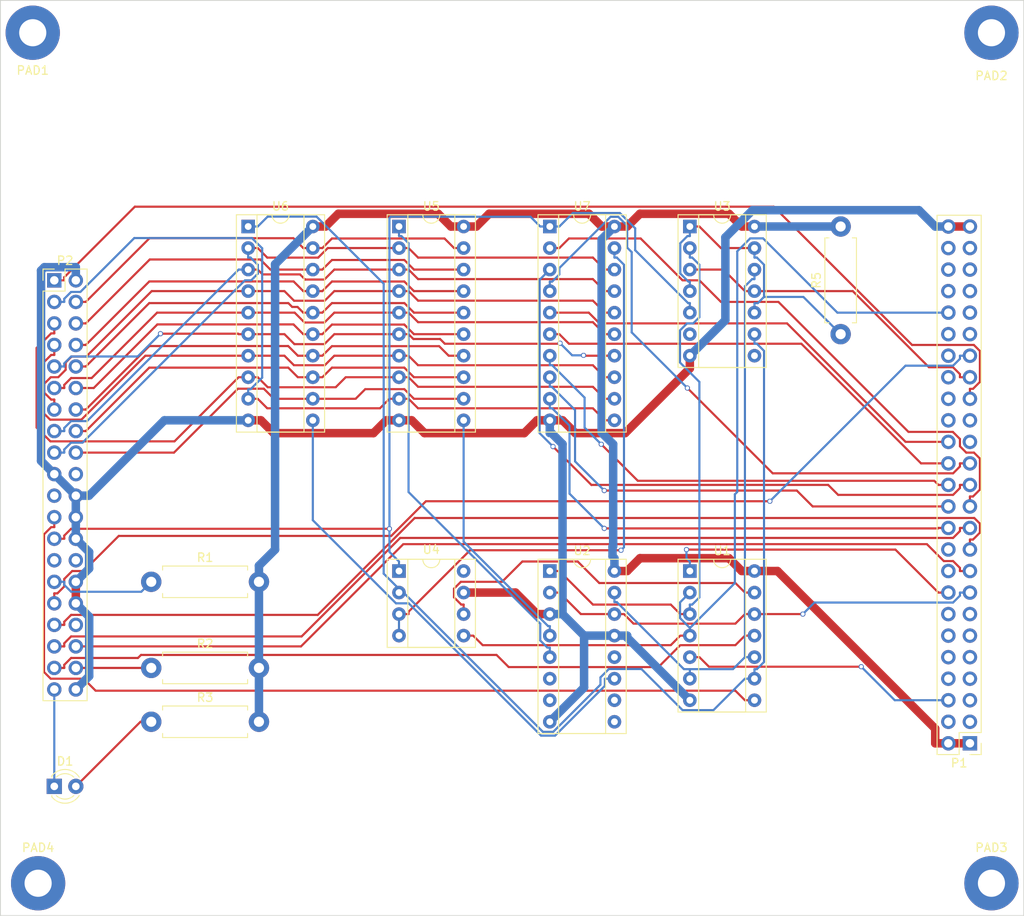
<source format=kicad_pcb>
(kicad_pcb (version 4) (host pcbnew 4.0.6-e0-6349~53~ubuntu16.04.1)

  (general
    (links 119)
    (no_connects 0)
    (area 48.209999 41.859999 168.960001 149.910001)
    (thickness 1.6)
    (drawings 4)
    (tracks 725)
    (zones 0)
    (modules 18)
    (nets 53)
  )

  (page A4)
  (title_block
    (title "IDE interface for Pluto v1.0")
    (date 2017-04-03)
    (rev 1.0)
    (company "Linux Grotto")
  )

  (layers
    (0 F.Cu signal)
    (31 B.Cu signal)
    (32 B.Adhes user)
    (33 F.Adhes user)
    (34 B.Paste user)
    (35 F.Paste user)
    (36 B.SilkS user)
    (37 F.SilkS user)
    (38 B.Mask user)
    (39 F.Mask user)
    (40 Dwgs.User user)
    (41 Cmts.User user)
    (42 Eco1.User user)
    (43 Eco2.User user)
    (44 Edge.Cuts user)
    (45 Margin user)
    (46 B.CrtYd user)
    (47 F.CrtYd user)
    (48 B.Fab user)
    (49 F.Fab user)
  )

  (setup
    (last_trace_width 0.25)
    (trace_clearance 0.2)
    (zone_clearance 0.508)
    (zone_45_only no)
    (trace_min 0.2)
    (segment_width 0.2)
    (edge_width 0.1)
    (via_size 0.6)
    (via_drill 0.4)
    (via_min_size 0.4)
    (via_min_drill 0.3)
    (uvia_size 0.3)
    (uvia_drill 0.1)
    (uvias_allowed no)
    (uvia_min_size 0.2)
    (uvia_min_drill 0.1)
    (pcb_text_width 0.3)
    (pcb_text_size 1.5 1.5)
    (mod_edge_width 0.15)
    (mod_text_size 1 1)
    (mod_text_width 0.15)
    (pad_size 6.4 6.4)
    (pad_drill 3.2)
    (pad_to_mask_clearance 0)
    (aux_axis_origin 0 0)
    (visible_elements FFFFFF7F)
    (pcbplotparams
      (layerselection 0x010f0_80000001)
      (usegerberextensions false)
      (excludeedgelayer true)
      (linewidth 0.100000)
      (plotframeref false)
      (viasonmask false)
      (mode 1)
      (useauxorigin false)
      (hpglpennumber 1)
      (hpglpenspeed 20)
      (hpglpendiameter 15)
      (hpglpenoverlay 2)
      (psnegative false)
      (psa4output false)
      (plotreference true)
      (plotvalue false)
      (plotinvisibletext false)
      (padsonsilk false)
      (subtractmaskfromsilk true)
      (outputformat 1)
      (mirror false)
      (drillshape 0)
      (scaleselection 1)
      (outputdirectory gerbers/))
  )

  (net 0 "")
  (net 1 /~IDE:DASP)
  (net 2 "Net-(D1-Pad2)")
  (net 3 VCC)
  (net 4 /~MWR)
  (net 5 /A3)
  (net 6 /~MRD)
  (net 7 /A2)
  (net 8 /A1)
  (net 9 /A0)
  (net 10 /D7)
  (net 11 /D0)
  (net 12 /D6)
  (net 13 /D1)
  (net 14 /D5)
  (net 15 /D2)
  (net 16 /D4)
  (net 17 /D3)
  (net 18 /~RES)
  (net 19 /CLK2)
  (net 20 /~IRQ)
  (net 21 GND)
  (net 22 /IDE-D7)
  (net 23 /IDE-D8)
  (net 24 /IDE-D6)
  (net 25 /IDE-D9)
  (net 26 /IDE-D5)
  (net 27 /IDE-D10)
  (net 28 /IDE-D4)
  (net 29 /IDE-D11)
  (net 30 /IDE-D3)
  (net 31 /IDE-D12)
  (net 32 /IDE-D2)
  (net 33 /IDE-D13)
  (net 34 /IDE-D1)
  (net 35 /IDE-D14)
  (net 36 /IDE-D0)
  (net 37 /IDE-D15)
  (net 38 /~DIOW)
  (net 39 /~DIOR)
  (net 40 /~IDE:DMACK)
  (net 41 /~IDE:CS0)
  (net 42 /~IDE:CS1)
  (net 43 "Net-(R5-Pad1)")
  (net 44 "Net-(U1-Pad3)")
  (net 45 "Net-(U1-Pad10)")
  (net 46 "Net-(U1-Pad9)")
  (net 47 "Net-(U1-Pad13)")
  (net 48 "Net-(U2-Pad4)")
  (net 49 "Net-(U2-Pad5)")
  (net 50 "Net-(U2-Pad11)")
  (net 51 "Net-(U4-Pad3)")
  (net 52 /~7F8X)

  (net_class Default "This is the default net class."
    (clearance 0.2)
    (trace_width 0.25)
    (via_dia 0.6)
    (via_drill 0.4)
    (uvia_dia 0.3)
    (uvia_drill 0.1)
    (add_net /A0)
    (add_net /A1)
    (add_net /A2)
    (add_net /A3)
    (add_net /CLK2)
    (add_net /D0)
    (add_net /D1)
    (add_net /D2)
    (add_net /D3)
    (add_net /D4)
    (add_net /D5)
    (add_net /D6)
    (add_net /D7)
    (add_net /IDE-D0)
    (add_net /IDE-D1)
    (add_net /IDE-D10)
    (add_net /IDE-D11)
    (add_net /IDE-D12)
    (add_net /IDE-D13)
    (add_net /IDE-D14)
    (add_net /IDE-D15)
    (add_net /IDE-D2)
    (add_net /IDE-D3)
    (add_net /IDE-D4)
    (add_net /IDE-D5)
    (add_net /IDE-D6)
    (add_net /IDE-D7)
    (add_net /IDE-D8)
    (add_net /IDE-D9)
    (add_net /~7F8X)
    (add_net /~DIOR)
    (add_net /~DIOW)
    (add_net /~IDE:CS0)
    (add_net /~IDE:CS1)
    (add_net /~IDE:DASP)
    (add_net /~IDE:DMACK)
    (add_net /~IRQ)
    (add_net /~MRD)
    (add_net /~MWR)
    (add_net /~RES)
    (add_net GND)
    (add_net "Net-(D1-Pad2)")
    (add_net "Net-(R5-Pad1)")
    (add_net "Net-(U1-Pad10)")
    (add_net "Net-(U1-Pad13)")
    (add_net "Net-(U1-Pad3)")
    (add_net "Net-(U1-Pad9)")
    (add_net "Net-(U2-Pad11)")
    (add_net "Net-(U2-Pad4)")
    (add_net "Net-(U2-Pad5)")
    (add_net "Net-(U4-Pad3)")
    (add_net VCC)
  )

  (module LEDs:LED_D3.0mm (layer F.Cu) (tedit 587A3A7B) (tstamp 58E2A84C)
    (at 54.61 134.62)
    (descr "LED, diameter 3.0mm, 2 pins")
    (tags "LED diameter 3.0mm 2 pins")
    (path /5821ACFF)
    (fp_text reference D1 (at 1.27 -2.96) (layer F.SilkS)
      (effects (font (size 1 1) (thickness 0.15)))
    )
    (fp_text value LED (at 1.27 2.96) (layer F.Fab)
      (effects (font (size 1 1) (thickness 0.15)))
    )
    (fp_arc (start 1.27 0) (end -0.23 -1.16619) (angle 284.3) (layer F.Fab) (width 0.1))
    (fp_arc (start 1.27 0) (end -0.29 -1.235516) (angle 108.8) (layer F.SilkS) (width 0.12))
    (fp_arc (start 1.27 0) (end -0.29 1.235516) (angle -108.8) (layer F.SilkS) (width 0.12))
    (fp_arc (start 1.27 0) (end 0.229039 -1.08) (angle 87.9) (layer F.SilkS) (width 0.12))
    (fp_arc (start 1.27 0) (end 0.229039 1.08) (angle -87.9) (layer F.SilkS) (width 0.12))
    (fp_circle (center 1.27 0) (end 2.77 0) (layer F.Fab) (width 0.1))
    (fp_line (start -0.23 -1.16619) (end -0.23 1.16619) (layer F.Fab) (width 0.1))
    (fp_line (start -0.29 -1.236) (end -0.29 -1.08) (layer F.SilkS) (width 0.12))
    (fp_line (start -0.29 1.08) (end -0.29 1.236) (layer F.SilkS) (width 0.12))
    (fp_line (start -1.15 -2.25) (end -1.15 2.25) (layer F.CrtYd) (width 0.05))
    (fp_line (start -1.15 2.25) (end 3.7 2.25) (layer F.CrtYd) (width 0.05))
    (fp_line (start 3.7 2.25) (end 3.7 -2.25) (layer F.CrtYd) (width 0.05))
    (fp_line (start 3.7 -2.25) (end -1.15 -2.25) (layer F.CrtYd) (width 0.05))
    (pad 1 thru_hole rect (at 0 0) (size 1.8 1.8) (drill 0.9) (layers *.Cu *.Mask)
      (net 1 /~IDE:DASP))
    (pad 2 thru_hole circle (at 2.54 0) (size 1.8 1.8) (drill 0.9) (layers *.Cu *.Mask)
      (net 2 "Net-(D1-Pad2)"))
    (model LEDs.3dshapes/LED_D3.0mm.wrl
      (at (xyz 0 0 0))
      (scale (xyz 0.393701 0.393701 0.393701))
      (rotate (xyz 0 0 0))
    )
  )

  (module Pin_Headers:Pin_Header_Straight_2x25_Pitch2.54mm (layer F.Cu) (tedit 58CD4EC7) (tstamp 58E2A882)
    (at 162.56 129.54 180)
    (descr "Through hole straight pin header, 2x25, 2.54mm pitch, double rows")
    (tags "Through hole pin header THT 2x25 2.54mm double row")
    (path /58243ADE)
    (fp_text reference P1 (at 1.27 -2.33 180) (layer F.SilkS)
      (effects (font (size 1 1) (thickness 0.15)))
    )
    (fp_text value "EXPANSION PORT" (at 1.27 63.29 180) (layer F.Fab)
      (effects (font (size 1 1) (thickness 0.15)))
    )
    (fp_line (start -1.27 -1.27) (end -1.27 62.23) (layer F.Fab) (width 0.1))
    (fp_line (start -1.27 62.23) (end 3.81 62.23) (layer F.Fab) (width 0.1))
    (fp_line (start 3.81 62.23) (end 3.81 -1.27) (layer F.Fab) (width 0.1))
    (fp_line (start 3.81 -1.27) (end -1.27 -1.27) (layer F.Fab) (width 0.1))
    (fp_line (start -1.33 1.27) (end -1.33 62.29) (layer F.SilkS) (width 0.12))
    (fp_line (start -1.33 62.29) (end 3.87 62.29) (layer F.SilkS) (width 0.12))
    (fp_line (start 3.87 62.29) (end 3.87 -1.33) (layer F.SilkS) (width 0.12))
    (fp_line (start 3.87 -1.33) (end 1.27 -1.33) (layer F.SilkS) (width 0.12))
    (fp_line (start 1.27 -1.33) (end 1.27 1.27) (layer F.SilkS) (width 0.12))
    (fp_line (start 1.27 1.27) (end -1.33 1.27) (layer F.SilkS) (width 0.12))
    (fp_line (start -1.33 0) (end -1.33 -1.33) (layer F.SilkS) (width 0.12))
    (fp_line (start -1.33 -1.33) (end 0 -1.33) (layer F.SilkS) (width 0.12))
    (fp_line (start -1.8 -1.8) (end -1.8 62.75) (layer F.CrtYd) (width 0.05))
    (fp_line (start -1.8 62.75) (end 4.35 62.75) (layer F.CrtYd) (width 0.05))
    (fp_line (start 4.35 62.75) (end 4.35 -1.8) (layer F.CrtYd) (width 0.05))
    (fp_line (start 4.35 -1.8) (end -1.8 -1.8) (layer F.CrtYd) (width 0.05))
    (fp_text user %R (at 1.27 -2.33 180) (layer F.Fab)
      (effects (font (size 1 1) (thickness 0.15)))
    )
    (pad 1 thru_hole rect (at 0 0 180) (size 1.7 1.7) (drill 1) (layers *.Cu *.Mask)
      (net 3 VCC))
    (pad 2 thru_hole oval (at 2.54 0 180) (size 1.7 1.7) (drill 1) (layers *.Cu *.Mask)
      (net 3 VCC))
    (pad 3 thru_hole oval (at 0 2.54 180) (size 1.7 1.7) (drill 1) (layers *.Cu *.Mask))
    (pad 4 thru_hole oval (at 2.54 2.54 180) (size 1.7 1.7) (drill 1) (layers *.Cu *.Mask))
    (pad 5 thru_hole oval (at 0 5.08 180) (size 1.7 1.7) (drill 1) (layers *.Cu *.Mask))
    (pad 6 thru_hole oval (at 2.54 5.08 180) (size 1.7 1.7) (drill 1) (layers *.Cu *.Mask)
      (net 4 /~MWR))
    (pad 7 thru_hole oval (at 0 7.62 180) (size 1.7 1.7) (drill 1) (layers *.Cu *.Mask))
    (pad 8 thru_hole oval (at 2.54 7.62 180) (size 1.7 1.7) (drill 1) (layers *.Cu *.Mask))
    (pad 9 thru_hole oval (at 0 10.16 180) (size 1.7 1.7) (drill 1) (layers *.Cu *.Mask))
    (pad 10 thru_hole oval (at 2.54 10.16 180) (size 1.7 1.7) (drill 1) (layers *.Cu *.Mask))
    (pad 11 thru_hole oval (at 0 12.7 180) (size 1.7 1.7) (drill 1) (layers *.Cu *.Mask))
    (pad 12 thru_hole oval (at 2.54 12.7 180) (size 1.7 1.7) (drill 1) (layers *.Cu *.Mask))
    (pad 13 thru_hole oval (at 0 15.24 180) (size 1.7 1.7) (drill 1) (layers *.Cu *.Mask))
    (pad 14 thru_hole oval (at 2.54 15.24 180) (size 1.7 1.7) (drill 1) (layers *.Cu *.Mask))
    (pad 15 thru_hole oval (at 0 17.78 180) (size 1.7 1.7) (drill 1) (layers *.Cu *.Mask)
      (net 5 /A3))
    (pad 16 thru_hole oval (at 2.54 17.78 180) (size 1.7 1.7) (drill 1) (layers *.Cu *.Mask)
      (net 6 /~MRD))
    (pad 17 thru_hole oval (at 0 20.32 180) (size 1.7 1.7) (drill 1) (layers *.Cu *.Mask)
      (net 7 /A2))
    (pad 18 thru_hole oval (at 2.54 20.32 180) (size 1.7 1.7) (drill 1) (layers *.Cu *.Mask))
    (pad 19 thru_hole oval (at 0 22.86 180) (size 1.7 1.7) (drill 1) (layers *.Cu *.Mask)
      (net 8 /A1))
    (pad 20 thru_hole oval (at 2.54 22.86 180) (size 1.7 1.7) (drill 1) (layers *.Cu *.Mask))
    (pad 21 thru_hole oval (at 0 25.4 180) (size 1.7 1.7) (drill 1) (layers *.Cu *.Mask)
      (net 9 /A0))
    (pad 22 thru_hole oval (at 2.54 25.4 180) (size 1.7 1.7) (drill 1) (layers *.Cu *.Mask)
      (net 10 /D7))
    (pad 23 thru_hole oval (at 0 27.94 180) (size 1.7 1.7) (drill 1) (layers *.Cu *.Mask)
      (net 11 /D0))
    (pad 24 thru_hole oval (at 2.54 27.94 180) (size 1.7 1.7) (drill 1) (layers *.Cu *.Mask)
      (net 12 /D6))
    (pad 25 thru_hole oval (at 0 30.48 180) (size 1.7 1.7) (drill 1) (layers *.Cu *.Mask)
      (net 13 /D1))
    (pad 26 thru_hole oval (at 2.54 30.48 180) (size 1.7 1.7) (drill 1) (layers *.Cu *.Mask)
      (net 14 /D5))
    (pad 27 thru_hole oval (at 0 33.02 180) (size 1.7 1.7) (drill 1) (layers *.Cu *.Mask)
      (net 15 /D2))
    (pad 28 thru_hole oval (at 2.54 33.02 180) (size 1.7 1.7) (drill 1) (layers *.Cu *.Mask)
      (net 16 /D4))
    (pad 29 thru_hole oval (at 0 35.56 180) (size 1.7 1.7) (drill 1) (layers *.Cu *.Mask))
    (pad 30 thru_hole oval (at 2.54 35.56 180) (size 1.7 1.7) (drill 1) (layers *.Cu *.Mask)
      (net 17 /D3))
    (pad 31 thru_hole oval (at 0 38.1 180) (size 1.7 1.7) (drill 1) (layers *.Cu *.Mask))
    (pad 32 thru_hole oval (at 2.54 38.1 180) (size 1.7 1.7) (drill 1) (layers *.Cu *.Mask))
    (pad 33 thru_hole oval (at 0 40.64 180) (size 1.7 1.7) (drill 1) (layers *.Cu *.Mask)
      (net 18 /~RES))
    (pad 34 thru_hole oval (at 2.54 40.64 180) (size 1.7 1.7) (drill 1) (layers *.Cu *.Mask))
    (pad 35 thru_hole oval (at 0 43.18 180) (size 1.7 1.7) (drill 1) (layers *.Cu *.Mask)
      (net 19 /CLK2))
    (pad 36 thru_hole oval (at 2.54 43.18 180) (size 1.7 1.7) (drill 1) (layers *.Cu *.Mask))
    (pad 37 thru_hole oval (at 0 45.72 180) (size 1.7 1.7) (drill 1) (layers *.Cu *.Mask)
      (net 20 /~IRQ))
    (pad 38 thru_hole oval (at 2.54 45.72 180) (size 1.7 1.7) (drill 1) (layers *.Cu *.Mask))
    (pad 39 thru_hole oval (at 0 48.26 180) (size 1.7 1.7) (drill 1) (layers *.Cu *.Mask))
    (pad 40 thru_hole oval (at 2.54 48.26 180) (size 1.7 1.7) (drill 1) (layers *.Cu *.Mask))
    (pad 41 thru_hole oval (at 0 50.8 180) (size 1.7 1.7) (drill 1) (layers *.Cu *.Mask))
    (pad 42 thru_hole oval (at 2.54 50.8 180) (size 1.7 1.7) (drill 1) (layers *.Cu *.Mask)
      (net 52 /~7F8X))
    (pad 43 thru_hole oval (at 0 53.34 180) (size 1.7 1.7) (drill 1) (layers *.Cu *.Mask))
    (pad 44 thru_hole oval (at 2.54 53.34 180) (size 1.7 1.7) (drill 1) (layers *.Cu *.Mask))
    (pad 45 thru_hole oval (at 0 55.88 180) (size 1.7 1.7) (drill 1) (layers *.Cu *.Mask))
    (pad 46 thru_hole oval (at 2.54 55.88 180) (size 1.7 1.7) (drill 1) (layers *.Cu *.Mask))
    (pad 47 thru_hole oval (at 0 58.42 180) (size 1.7 1.7) (drill 1) (layers *.Cu *.Mask))
    (pad 48 thru_hole oval (at 2.54 58.42 180) (size 1.7 1.7) (drill 1) (layers *.Cu *.Mask))
    (pad 49 thru_hole oval (at 0 60.96 180) (size 1.7 1.7) (drill 1) (layers *.Cu *.Mask)
      (net 21 GND))
    (pad 50 thru_hole oval (at 2.54 60.96 180) (size 1.7 1.7) (drill 1) (layers *.Cu *.Mask)
      (net 21 GND))
    (model ${KISYS3DMOD}/Pin_Headers.3dshapes/Pin_Header_Straight_2x25_Pitch2.54mm.wrl
      (at (xyz 0.05 -1.2 0))
      (scale (xyz 1 1 1))
      (rotate (xyz 0 0 90))
    )
  )

  (module Pin_Headers:Pin_Header_Straight_2x20_Pitch2.54mm (layer F.Cu) (tedit 58CD4EC6) (tstamp 58E2A8AE)
    (at 54.61 74.93)
    (descr "Through hole straight pin header, 2x20, 2.54mm pitch, double rows")
    (tags "Through hole pin header THT 2x20 2.54mm double row")
    (path /58235DE2)
    (fp_text reference P2 (at 1.27 -2.33) (layer F.SilkS)
      (effects (font (size 1 1) (thickness 0.15)))
    )
    (fp_text value IDE0 (at 1.27 50.59) (layer F.Fab)
      (effects (font (size 1 1) (thickness 0.15)))
    )
    (fp_line (start -1.27 -1.27) (end -1.27 49.53) (layer F.Fab) (width 0.1))
    (fp_line (start -1.27 49.53) (end 3.81 49.53) (layer F.Fab) (width 0.1))
    (fp_line (start 3.81 49.53) (end 3.81 -1.27) (layer F.Fab) (width 0.1))
    (fp_line (start 3.81 -1.27) (end -1.27 -1.27) (layer F.Fab) (width 0.1))
    (fp_line (start -1.33 1.27) (end -1.33 49.59) (layer F.SilkS) (width 0.12))
    (fp_line (start -1.33 49.59) (end 3.87 49.59) (layer F.SilkS) (width 0.12))
    (fp_line (start 3.87 49.59) (end 3.87 -1.33) (layer F.SilkS) (width 0.12))
    (fp_line (start 3.87 -1.33) (end 1.27 -1.33) (layer F.SilkS) (width 0.12))
    (fp_line (start 1.27 -1.33) (end 1.27 1.27) (layer F.SilkS) (width 0.12))
    (fp_line (start 1.27 1.27) (end -1.33 1.27) (layer F.SilkS) (width 0.12))
    (fp_line (start -1.33 0) (end -1.33 -1.33) (layer F.SilkS) (width 0.12))
    (fp_line (start -1.33 -1.33) (end 0 -1.33) (layer F.SilkS) (width 0.12))
    (fp_line (start -1.8 -1.8) (end -1.8 50.05) (layer F.CrtYd) (width 0.05))
    (fp_line (start -1.8 50.05) (end 4.35 50.05) (layer F.CrtYd) (width 0.05))
    (fp_line (start 4.35 50.05) (end 4.35 -1.8) (layer F.CrtYd) (width 0.05))
    (fp_line (start 4.35 -1.8) (end -1.8 -1.8) (layer F.CrtYd) (width 0.05))
    (fp_text user %R (at 1.27 -2.33) (layer F.Fab)
      (effects (font (size 1 1) (thickness 0.15)))
    )
    (pad 1 thru_hole rect (at 0 0) (size 1.7 1.7) (drill 1) (layers *.Cu *.Mask)
      (net 18 /~RES))
    (pad 2 thru_hole oval (at 2.54 0) (size 1.7 1.7) (drill 1) (layers *.Cu *.Mask)
      (net 21 GND))
    (pad 3 thru_hole oval (at 0 2.54) (size 1.7 1.7) (drill 1) (layers *.Cu *.Mask)
      (net 22 /IDE-D7))
    (pad 4 thru_hole oval (at 2.54 2.54) (size 1.7 1.7) (drill 1) (layers *.Cu *.Mask)
      (net 23 /IDE-D8))
    (pad 5 thru_hole oval (at 0 5.08) (size 1.7 1.7) (drill 1) (layers *.Cu *.Mask)
      (net 24 /IDE-D6))
    (pad 6 thru_hole oval (at 2.54 5.08) (size 1.7 1.7) (drill 1) (layers *.Cu *.Mask)
      (net 25 /IDE-D9))
    (pad 7 thru_hole oval (at 0 7.62) (size 1.7 1.7) (drill 1) (layers *.Cu *.Mask)
      (net 26 /IDE-D5))
    (pad 8 thru_hole oval (at 2.54 7.62) (size 1.7 1.7) (drill 1) (layers *.Cu *.Mask)
      (net 27 /IDE-D10))
    (pad 9 thru_hole oval (at 0 10.16) (size 1.7 1.7) (drill 1) (layers *.Cu *.Mask)
      (net 28 /IDE-D4))
    (pad 10 thru_hole oval (at 2.54 10.16) (size 1.7 1.7) (drill 1) (layers *.Cu *.Mask)
      (net 29 /IDE-D11))
    (pad 11 thru_hole oval (at 0 12.7) (size 1.7 1.7) (drill 1) (layers *.Cu *.Mask)
      (net 30 /IDE-D3))
    (pad 12 thru_hole oval (at 2.54 12.7) (size 1.7 1.7) (drill 1) (layers *.Cu *.Mask)
      (net 31 /IDE-D12))
    (pad 13 thru_hole oval (at 0 15.24) (size 1.7 1.7) (drill 1) (layers *.Cu *.Mask)
      (net 32 /IDE-D2))
    (pad 14 thru_hole oval (at 2.54 15.24) (size 1.7 1.7) (drill 1) (layers *.Cu *.Mask)
      (net 33 /IDE-D13))
    (pad 15 thru_hole oval (at 0 17.78) (size 1.7 1.7) (drill 1) (layers *.Cu *.Mask)
      (net 34 /IDE-D1))
    (pad 16 thru_hole oval (at 2.54 17.78) (size 1.7 1.7) (drill 1) (layers *.Cu *.Mask)
      (net 35 /IDE-D14))
    (pad 17 thru_hole oval (at 0 20.32) (size 1.7 1.7) (drill 1) (layers *.Cu *.Mask)
      (net 36 /IDE-D0))
    (pad 18 thru_hole oval (at 2.54 20.32) (size 1.7 1.7) (drill 1) (layers *.Cu *.Mask)
      (net 37 /IDE-D15))
    (pad 19 thru_hole oval (at 0 22.86) (size 1.7 1.7) (drill 1) (layers *.Cu *.Mask)
      (net 21 GND))
    (pad 20 thru_hole oval (at 2.54 22.86) (size 1.7 1.7) (drill 1) (layers *.Cu *.Mask))
    (pad 21 thru_hole oval (at 0 25.4) (size 1.7 1.7) (drill 1) (layers *.Cu *.Mask))
    (pad 22 thru_hole oval (at 2.54 25.4) (size 1.7 1.7) (drill 1) (layers *.Cu *.Mask)
      (net 21 GND))
    (pad 23 thru_hole oval (at 0 27.94) (size 1.7 1.7) (drill 1) (layers *.Cu *.Mask)
      (net 38 /~DIOW))
    (pad 24 thru_hole oval (at 2.54 27.94) (size 1.7 1.7) (drill 1) (layers *.Cu *.Mask)
      (net 21 GND))
    (pad 25 thru_hole oval (at 0 30.48) (size 1.7 1.7) (drill 1) (layers *.Cu *.Mask)
      (net 39 /~DIOR))
    (pad 26 thru_hole oval (at 2.54 30.48) (size 1.7 1.7) (drill 1) (layers *.Cu *.Mask)
      (net 21 GND))
    (pad 27 thru_hole oval (at 0 33.02) (size 1.7 1.7) (drill 1) (layers *.Cu *.Mask))
    (pad 28 thru_hole oval (at 2.54 33.02) (size 1.7 1.7) (drill 1) (layers *.Cu *.Mask))
    (pad 29 thru_hole oval (at 0 35.56) (size 1.7 1.7) (drill 1) (layers *.Cu *.Mask)
      (net 40 /~IDE:DMACK))
    (pad 30 thru_hole oval (at 2.54 35.56) (size 1.7 1.7) (drill 1) (layers *.Cu *.Mask)
      (net 21 GND))
    (pad 31 thru_hole oval (at 0 38.1) (size 1.7 1.7) (drill 1) (layers *.Cu *.Mask)
      (net 20 /~IRQ))
    (pad 32 thru_hole oval (at 2.54 38.1) (size 1.7 1.7) (drill 1) (layers *.Cu *.Mask)
      (net 21 GND))
    (pad 33 thru_hole oval (at 0 40.64) (size 1.7 1.7) (drill 1) (layers *.Cu *.Mask)
      (net 8 /A1))
    (pad 34 thru_hole oval (at 2.54 40.64) (size 1.7 1.7) (drill 1) (layers *.Cu *.Mask))
    (pad 35 thru_hole oval (at 0 43.18) (size 1.7 1.7) (drill 1) (layers *.Cu *.Mask)
      (net 9 /A0))
    (pad 36 thru_hole oval (at 2.54 43.18) (size 1.7 1.7) (drill 1) (layers *.Cu *.Mask)
      (net 7 /A2))
    (pad 37 thru_hole oval (at 0 45.72) (size 1.7 1.7) (drill 1) (layers *.Cu *.Mask)
      (net 41 /~IDE:CS0))
    (pad 38 thru_hole oval (at 2.54 45.72) (size 1.7 1.7) (drill 1) (layers *.Cu *.Mask)
      (net 42 /~IDE:CS1))
    (pad 39 thru_hole oval (at 0 48.26) (size 1.7 1.7) (drill 1) (layers *.Cu *.Mask)
      (net 1 /~IDE:DASP))
    (pad 40 thru_hole oval (at 2.54 48.26) (size 1.7 1.7) (drill 1) (layers *.Cu *.Mask)
      (net 21 GND))
    (model ${KISYS3DMOD}/Pin_Headers.3dshapes/Pin_Header_Straight_2x20_Pitch2.54mm.wrl
      (at (xyz 0.05 -0.95 0))
      (scale (xyz 1 1 1))
      (rotate (xyz 0 0 90))
    )
  )

  (module Resistors_ThroughHole:R_Axial_DIN0411_L9.9mm_D3.6mm_P12.70mm_Horizontal (layer F.Cu) (tedit 5874F706) (tstamp 58E2A8B4)
    (at 66.04 110.49)
    (descr "Resistor, Axial_DIN0411 series, Axial, Horizontal, pin pitch=12.7mm, 1W = 1/1W, length*diameter=9.9*3.6mm^2")
    (tags "Resistor Axial_DIN0411 series Axial Horizontal pin pitch 12.7mm 1W = 1/1W length 9.9mm diameter 3.6mm")
    (path /5821346D)
    (fp_text reference R1 (at 6.35 -2.86) (layer F.SilkS)
      (effects (font (size 1 1) (thickness 0.15)))
    )
    (fp_text value 3.3K (at 6.35 2.86) (layer F.Fab)
      (effects (font (size 1 1) (thickness 0.15)))
    )
    (fp_line (start 1.4 -1.8) (end 1.4 1.8) (layer F.Fab) (width 0.1))
    (fp_line (start 1.4 1.8) (end 11.3 1.8) (layer F.Fab) (width 0.1))
    (fp_line (start 11.3 1.8) (end 11.3 -1.8) (layer F.Fab) (width 0.1))
    (fp_line (start 11.3 -1.8) (end 1.4 -1.8) (layer F.Fab) (width 0.1))
    (fp_line (start 0 0) (end 1.4 0) (layer F.Fab) (width 0.1))
    (fp_line (start 12.7 0) (end 11.3 0) (layer F.Fab) (width 0.1))
    (fp_line (start 1.34 -1.38) (end 1.34 -1.86) (layer F.SilkS) (width 0.12))
    (fp_line (start 1.34 -1.86) (end 11.36 -1.86) (layer F.SilkS) (width 0.12))
    (fp_line (start 11.36 -1.86) (end 11.36 -1.38) (layer F.SilkS) (width 0.12))
    (fp_line (start 1.34 1.38) (end 1.34 1.86) (layer F.SilkS) (width 0.12))
    (fp_line (start 1.34 1.86) (end 11.36 1.86) (layer F.SilkS) (width 0.12))
    (fp_line (start 11.36 1.86) (end 11.36 1.38) (layer F.SilkS) (width 0.12))
    (fp_line (start -1.45 -2.15) (end -1.45 2.15) (layer F.CrtYd) (width 0.05))
    (fp_line (start -1.45 2.15) (end 14.15 2.15) (layer F.CrtYd) (width 0.05))
    (fp_line (start 14.15 2.15) (end 14.15 -2.15) (layer F.CrtYd) (width 0.05))
    (fp_line (start 14.15 -2.15) (end -1.45 -2.15) (layer F.CrtYd) (width 0.05))
    (pad 1 thru_hole circle (at 0 0) (size 2.4 2.4) (drill 1.2) (layers *.Cu *.Mask)
      (net 40 /~IDE:DMACK))
    (pad 2 thru_hole oval (at 12.7 0) (size 2.4 2.4) (drill 1.2) (layers *.Cu *.Mask)
      (net 3 VCC))
    (model Resistors_THT.3dshapes/R_Axial_DIN0411_L9.9mm_D3.6mm_P12.70mm_Horizontal.wrl
      (at (xyz 0 0 0))
      (scale (xyz 0.393701 0.393701 0.393701))
      (rotate (xyz 0 0 0))
    )
  )

  (module Resistors_ThroughHole:R_Axial_DIN0411_L9.9mm_D3.6mm_P12.70mm_Horizontal (layer F.Cu) (tedit 5874F706) (tstamp 58E2A8BA)
    (at 66.04 120.65)
    (descr "Resistor, Axial_DIN0411 series, Axial, Horizontal, pin pitch=12.7mm, 1W = 1/1W, length*diameter=9.9*3.6mm^2")
    (tags "Resistor Axial_DIN0411 series Axial Horizontal pin pitch 12.7mm 1W = 1/1W length 9.9mm diameter 3.6mm")
    (path /582134B0)
    (fp_text reference R2 (at 6.35 -2.86) (layer F.SilkS)
      (effects (font (size 1 1) (thickness 0.15)))
    )
    (fp_text value 1K (at 6.35 2.86) (layer F.Fab)
      (effects (font (size 1 1) (thickness 0.15)))
    )
    (fp_line (start 1.4 -1.8) (end 1.4 1.8) (layer F.Fab) (width 0.1))
    (fp_line (start 1.4 1.8) (end 11.3 1.8) (layer F.Fab) (width 0.1))
    (fp_line (start 11.3 1.8) (end 11.3 -1.8) (layer F.Fab) (width 0.1))
    (fp_line (start 11.3 -1.8) (end 1.4 -1.8) (layer F.Fab) (width 0.1))
    (fp_line (start 0 0) (end 1.4 0) (layer F.Fab) (width 0.1))
    (fp_line (start 12.7 0) (end 11.3 0) (layer F.Fab) (width 0.1))
    (fp_line (start 1.34 -1.38) (end 1.34 -1.86) (layer F.SilkS) (width 0.12))
    (fp_line (start 1.34 -1.86) (end 11.36 -1.86) (layer F.SilkS) (width 0.12))
    (fp_line (start 11.36 -1.86) (end 11.36 -1.38) (layer F.SilkS) (width 0.12))
    (fp_line (start 1.34 1.38) (end 1.34 1.86) (layer F.SilkS) (width 0.12))
    (fp_line (start 1.34 1.86) (end 11.36 1.86) (layer F.SilkS) (width 0.12))
    (fp_line (start 11.36 1.86) (end 11.36 1.38) (layer F.SilkS) (width 0.12))
    (fp_line (start -1.45 -2.15) (end -1.45 2.15) (layer F.CrtYd) (width 0.05))
    (fp_line (start -1.45 2.15) (end 14.15 2.15) (layer F.CrtYd) (width 0.05))
    (fp_line (start 14.15 2.15) (end 14.15 -2.15) (layer F.CrtYd) (width 0.05))
    (fp_line (start 14.15 -2.15) (end -1.45 -2.15) (layer F.CrtYd) (width 0.05))
    (pad 1 thru_hole circle (at 0 0) (size 2.4 2.4) (drill 1.2) (layers *.Cu *.Mask)
      (net 42 /~IDE:CS1))
    (pad 2 thru_hole oval (at 12.7 0) (size 2.4 2.4) (drill 1.2) (layers *.Cu *.Mask)
      (net 3 VCC))
    (model Resistors_THT.3dshapes/R_Axial_DIN0411_L9.9mm_D3.6mm_P12.70mm_Horizontal.wrl
      (at (xyz 0 0 0))
      (scale (xyz 0.393701 0.393701 0.393701))
      (rotate (xyz 0 0 0))
    )
  )

  (module Resistors_ThroughHole:R_Axial_DIN0411_L9.9mm_D3.6mm_P12.70mm_Horizontal (layer F.Cu) (tedit 5874F706) (tstamp 58E2A8C0)
    (at 66.04 127)
    (descr "Resistor, Axial_DIN0411 series, Axial, Horizontal, pin pitch=12.7mm, 1W = 1/1W, length*diameter=9.9*3.6mm^2")
    (tags "Resistor Axial_DIN0411 series Axial Horizontal pin pitch 12.7mm 1W = 1/1W length 9.9mm diameter 3.6mm")
    (path /5821353B)
    (fp_text reference R3 (at 6.35 -2.86) (layer F.SilkS)
      (effects (font (size 1 1) (thickness 0.15)))
    )
    (fp_text value 1K (at 6.35 2.86) (layer F.Fab)
      (effects (font (size 1 1) (thickness 0.15)))
    )
    (fp_line (start 1.4 -1.8) (end 1.4 1.8) (layer F.Fab) (width 0.1))
    (fp_line (start 1.4 1.8) (end 11.3 1.8) (layer F.Fab) (width 0.1))
    (fp_line (start 11.3 1.8) (end 11.3 -1.8) (layer F.Fab) (width 0.1))
    (fp_line (start 11.3 -1.8) (end 1.4 -1.8) (layer F.Fab) (width 0.1))
    (fp_line (start 0 0) (end 1.4 0) (layer F.Fab) (width 0.1))
    (fp_line (start 12.7 0) (end 11.3 0) (layer F.Fab) (width 0.1))
    (fp_line (start 1.34 -1.38) (end 1.34 -1.86) (layer F.SilkS) (width 0.12))
    (fp_line (start 1.34 -1.86) (end 11.36 -1.86) (layer F.SilkS) (width 0.12))
    (fp_line (start 11.36 -1.86) (end 11.36 -1.38) (layer F.SilkS) (width 0.12))
    (fp_line (start 1.34 1.38) (end 1.34 1.86) (layer F.SilkS) (width 0.12))
    (fp_line (start 1.34 1.86) (end 11.36 1.86) (layer F.SilkS) (width 0.12))
    (fp_line (start 11.36 1.86) (end 11.36 1.38) (layer F.SilkS) (width 0.12))
    (fp_line (start -1.45 -2.15) (end -1.45 2.15) (layer F.CrtYd) (width 0.05))
    (fp_line (start -1.45 2.15) (end 14.15 2.15) (layer F.CrtYd) (width 0.05))
    (fp_line (start 14.15 2.15) (end 14.15 -2.15) (layer F.CrtYd) (width 0.05))
    (fp_line (start 14.15 -2.15) (end -1.45 -2.15) (layer F.CrtYd) (width 0.05))
    (pad 1 thru_hole circle (at 0 0) (size 2.4 2.4) (drill 1.2) (layers *.Cu *.Mask)
      (net 2 "Net-(D1-Pad2)"))
    (pad 2 thru_hole oval (at 12.7 0) (size 2.4 2.4) (drill 1.2) (layers *.Cu *.Mask)
      (net 3 VCC))
    (model Resistors_THT.3dshapes/R_Axial_DIN0411_L9.9mm_D3.6mm_P12.70mm_Horizontal.wrl
      (at (xyz 0 0 0))
      (scale (xyz 0.393701 0.393701 0.393701))
      (rotate (xyz 0 0 0))
    )
  )

  (module Resistors_ThroughHole:R_Axial_DIN0411_L9.9mm_D3.6mm_P12.70mm_Horizontal (layer F.Cu) (tedit 5874F706) (tstamp 58E2A8C6)
    (at 147.32 81.28 90)
    (descr "Resistor, Axial_DIN0411 series, Axial, Horizontal, pin pitch=12.7mm, 1W = 1/1W, length*diameter=9.9*3.6mm^2")
    (tags "Resistor Axial_DIN0411 series Axial Horizontal pin pitch 12.7mm 1W = 1/1W length 9.9mm diameter 3.6mm")
    (path /5820FF8C)
    (fp_text reference R5 (at 6.35 -2.86 90) (layer F.SilkS)
      (effects (font (size 1 1) (thickness 0.15)))
    )
    (fp_text value 1k (at 6.35 2.86 90) (layer F.Fab)
      (effects (font (size 1 1) (thickness 0.15)))
    )
    (fp_line (start 1.4 -1.8) (end 1.4 1.8) (layer F.Fab) (width 0.1))
    (fp_line (start 1.4 1.8) (end 11.3 1.8) (layer F.Fab) (width 0.1))
    (fp_line (start 11.3 1.8) (end 11.3 -1.8) (layer F.Fab) (width 0.1))
    (fp_line (start 11.3 -1.8) (end 1.4 -1.8) (layer F.Fab) (width 0.1))
    (fp_line (start 0 0) (end 1.4 0) (layer F.Fab) (width 0.1))
    (fp_line (start 12.7 0) (end 11.3 0) (layer F.Fab) (width 0.1))
    (fp_line (start 1.34 -1.38) (end 1.34 -1.86) (layer F.SilkS) (width 0.12))
    (fp_line (start 1.34 -1.86) (end 11.36 -1.86) (layer F.SilkS) (width 0.12))
    (fp_line (start 11.36 -1.86) (end 11.36 -1.38) (layer F.SilkS) (width 0.12))
    (fp_line (start 1.34 1.38) (end 1.34 1.86) (layer F.SilkS) (width 0.12))
    (fp_line (start 1.34 1.86) (end 11.36 1.86) (layer F.SilkS) (width 0.12))
    (fp_line (start 11.36 1.86) (end 11.36 1.38) (layer F.SilkS) (width 0.12))
    (fp_line (start -1.45 -2.15) (end -1.45 2.15) (layer F.CrtYd) (width 0.05))
    (fp_line (start -1.45 2.15) (end 14.15 2.15) (layer F.CrtYd) (width 0.05))
    (fp_line (start 14.15 2.15) (end 14.15 -2.15) (layer F.CrtYd) (width 0.05))
    (fp_line (start 14.15 -2.15) (end -1.45 -2.15) (layer F.CrtYd) (width 0.05))
    (pad 1 thru_hole circle (at 0 0 90) (size 2.4 2.4) (drill 1.2) (layers *.Cu *.Mask)
      (net 43 "Net-(R5-Pad1)"))
    (pad 2 thru_hole oval (at 12.7 0 90) (size 2.4 2.4) (drill 1.2) (layers *.Cu *.Mask)
      (net 3 VCC))
    (model Resistors_THT.3dshapes/R_Axial_DIN0411_L9.9mm_D3.6mm_P12.70mm_Horizontal.wrl
      (at (xyz 0 0 0))
      (scale (xyz 0.393701 0.393701 0.393701))
      (rotate (xyz 0 0 0))
    )
  )

  (module Housings_DIP:DIP-14_W7.62mm_Socket (layer F.Cu) (tedit 58CC8E2C) (tstamp 58E2A8D8)
    (at 129.54 109.22)
    (descr "14-lead dip package, row spacing 7.62 mm (300 mils), Socket")
    (tags "DIL DIP PDIP 2.54mm 7.62mm 300mil Socket")
    (path /5820EFAD)
    (fp_text reference U1 (at 3.81 -2.39) (layer F.SilkS)
      (effects (font (size 1 1) (thickness 0.15)))
    )
    (fp_text value 74LS32 (at 3.81 17.63) (layer F.Fab)
      (effects (font (size 1 1) (thickness 0.15)))
    )
    (fp_text user %R (at 3.81 7.62) (layer F.Fab)
      (effects (font (size 1 1) (thickness 0.15)))
    )
    (fp_line (start 1.635 -1.27) (end 6.985 -1.27) (layer F.Fab) (width 0.1))
    (fp_line (start 6.985 -1.27) (end 6.985 16.51) (layer F.Fab) (width 0.1))
    (fp_line (start 6.985 16.51) (end 0.635 16.51) (layer F.Fab) (width 0.1))
    (fp_line (start 0.635 16.51) (end 0.635 -0.27) (layer F.Fab) (width 0.1))
    (fp_line (start 0.635 -0.27) (end 1.635 -1.27) (layer F.Fab) (width 0.1))
    (fp_line (start -1.27 -1.27) (end -1.27 16.51) (layer F.Fab) (width 0.1))
    (fp_line (start -1.27 16.51) (end 8.89 16.51) (layer F.Fab) (width 0.1))
    (fp_line (start 8.89 16.51) (end 8.89 -1.27) (layer F.Fab) (width 0.1))
    (fp_line (start 8.89 -1.27) (end -1.27 -1.27) (layer F.Fab) (width 0.1))
    (fp_line (start 2.81 -1.39) (end 1.04 -1.39) (layer F.SilkS) (width 0.12))
    (fp_line (start 1.04 -1.39) (end 1.04 16.63) (layer F.SilkS) (width 0.12))
    (fp_line (start 1.04 16.63) (end 6.58 16.63) (layer F.SilkS) (width 0.12))
    (fp_line (start 6.58 16.63) (end 6.58 -1.39) (layer F.SilkS) (width 0.12))
    (fp_line (start 6.58 -1.39) (end 4.81 -1.39) (layer F.SilkS) (width 0.12))
    (fp_line (start -1.39 -1.39) (end -1.39 16.63) (layer F.SilkS) (width 0.12))
    (fp_line (start -1.39 16.63) (end 9.01 16.63) (layer F.SilkS) (width 0.12))
    (fp_line (start 9.01 16.63) (end 9.01 -1.39) (layer F.SilkS) (width 0.12))
    (fp_line (start 9.01 -1.39) (end -1.39 -1.39) (layer F.SilkS) (width 0.12))
    (fp_line (start -1.7 -1.7) (end -1.7 16.9) (layer F.CrtYd) (width 0.05))
    (fp_line (start -1.7 16.9) (end 9.3 16.9) (layer F.CrtYd) (width 0.05))
    (fp_line (start 9.3 16.9) (end 9.3 -1.7) (layer F.CrtYd) (width 0.05))
    (fp_line (start 9.3 -1.7) (end -1.7 -1.7) (layer F.CrtYd) (width 0.05))
    (fp_arc (start 3.81 -1.39) (end 2.81 -1.39) (angle -180) (layer F.SilkS) (width 0.12))
    (pad 1 thru_hole rect (at 0 0) (size 1.6 1.6) (drill 0.8) (layers *.Cu *.Mask)
      (net 6 /~MRD))
    (pad 8 thru_hole oval (at 7.62 15.24) (size 1.6 1.6) (drill 0.8) (layers *.Cu *.Mask)
      (net 38 /~DIOW))
    (pad 2 thru_hole oval (at 0 2.54) (size 1.6 1.6) (drill 0.8) (layers *.Cu *.Mask)
      (net 52 /~7F8X))
    (pad 9 thru_hole oval (at 7.62 12.7) (size 1.6 1.6) (drill 0.8) (layers *.Cu *.Mask)
      (net 46 "Net-(U1-Pad9)"))
    (pad 3 thru_hole oval (at 0 5.08) (size 1.6 1.6) (drill 0.8) (layers *.Cu *.Mask)
      (net 44 "Net-(U1-Pad3)"))
    (pad 10 thru_hole oval (at 7.62 10.16) (size 1.6 1.6) (drill 0.8) (layers *.Cu *.Mask)
      (net 45 "Net-(U1-Pad10)"))
    (pad 4 thru_hole oval (at 0 7.62) (size 1.6 1.6) (drill 0.8) (layers *.Cu *.Mask)
      (net 52 /~7F8X))
    (pad 11 thru_hole oval (at 7.62 7.62) (size 1.6 1.6) (drill 0.8) (layers *.Cu *.Mask)
      (net 41 /~IDE:CS0))
    (pad 5 thru_hole oval (at 0 10.16) (size 1.6 1.6) (drill 0.8) (layers *.Cu *.Mask)
      (net 4 /~MWR))
    (pad 12 thru_hole oval (at 7.62 5.08) (size 1.6 1.6) (drill 0.8) (layers *.Cu *.Mask)
      (net 5 /A3))
    (pad 6 thru_hole oval (at 0 12.7) (size 1.6 1.6) (drill 0.8) (layers *.Cu *.Mask)
      (net 45 "Net-(U1-Pad10)"))
    (pad 13 thru_hole oval (at 7.62 2.54) (size 1.6 1.6) (drill 0.8) (layers *.Cu *.Mask)
      (net 47 "Net-(U1-Pad13)"))
    (pad 7 thru_hole oval (at 0 15.24) (size 1.6 1.6) (drill 0.8) (layers *.Cu *.Mask)
      (net 21 GND))
    (pad 14 thru_hole oval (at 7.62 0) (size 1.6 1.6) (drill 0.8) (layers *.Cu *.Mask)
      (net 3 VCC))
    (model Housings_DIP.3dshapes/DIP-14_W7.62mm_Socket.wrl
      (at (xyz 0 0 0))
      (scale (xyz 1 1 1))
      (rotate (xyz 0 0 0))
    )
  )

  (module Housings_DIP:DIP-16_W7.62mm_Socket (layer F.Cu) (tedit 58CC8E2D) (tstamp 58E2A8EC)
    (at 113.03 109.22)
    (descr "16-lead dip package, row spacing 7.62 mm (300 mils), Socket")
    (tags "DIL DIP PDIP 2.54mm 7.62mm 300mil Socket")
    (path /5820EE79)
    (fp_text reference U2 (at 3.81 -2.39) (layer F.SilkS)
      (effects (font (size 1 1) (thickness 0.15)))
    )
    (fp_text value 74LS139 (at 3.81 20.17) (layer F.Fab)
      (effects (font (size 1 1) (thickness 0.15)))
    )
    (fp_text user %R (at 3.81 8.89) (layer F.Fab)
      (effects (font (size 1 1) (thickness 0.15)))
    )
    (fp_line (start 1.635 -1.27) (end 6.985 -1.27) (layer F.Fab) (width 0.1))
    (fp_line (start 6.985 -1.27) (end 6.985 19.05) (layer F.Fab) (width 0.1))
    (fp_line (start 6.985 19.05) (end 0.635 19.05) (layer F.Fab) (width 0.1))
    (fp_line (start 0.635 19.05) (end 0.635 -0.27) (layer F.Fab) (width 0.1))
    (fp_line (start 0.635 -0.27) (end 1.635 -1.27) (layer F.Fab) (width 0.1))
    (fp_line (start -1.27 -1.27) (end -1.27 19.05) (layer F.Fab) (width 0.1))
    (fp_line (start -1.27 19.05) (end 8.89 19.05) (layer F.Fab) (width 0.1))
    (fp_line (start 8.89 19.05) (end 8.89 -1.27) (layer F.Fab) (width 0.1))
    (fp_line (start 8.89 -1.27) (end -1.27 -1.27) (layer F.Fab) (width 0.1))
    (fp_line (start 2.81 -1.39) (end 1.04 -1.39) (layer F.SilkS) (width 0.12))
    (fp_line (start 1.04 -1.39) (end 1.04 19.17) (layer F.SilkS) (width 0.12))
    (fp_line (start 1.04 19.17) (end 6.58 19.17) (layer F.SilkS) (width 0.12))
    (fp_line (start 6.58 19.17) (end 6.58 -1.39) (layer F.SilkS) (width 0.12))
    (fp_line (start 6.58 -1.39) (end 4.81 -1.39) (layer F.SilkS) (width 0.12))
    (fp_line (start -1.39 -1.39) (end -1.39 19.17) (layer F.SilkS) (width 0.12))
    (fp_line (start -1.39 19.17) (end 9.01 19.17) (layer F.SilkS) (width 0.12))
    (fp_line (start 9.01 19.17) (end 9.01 -1.39) (layer F.SilkS) (width 0.12))
    (fp_line (start 9.01 -1.39) (end -1.39 -1.39) (layer F.SilkS) (width 0.12))
    (fp_line (start -1.7 -1.7) (end -1.7 19.5) (layer F.CrtYd) (width 0.05))
    (fp_line (start -1.7 19.5) (end 9.3 19.5) (layer F.CrtYd) (width 0.05))
    (fp_line (start 9.3 19.5) (end 9.3 -1.7) (layer F.CrtYd) (width 0.05))
    (fp_line (start 9.3 -1.7) (end -1.7 -1.7) (layer F.CrtYd) (width 0.05))
    (fp_arc (start 3.81 -1.39) (end 2.81 -1.39) (angle -180) (layer F.SilkS) (width 0.12))
    (pad 1 thru_hole rect (at 0 0) (size 1.6 1.6) (drill 0.8) (layers *.Cu *.Mask)
      (net 44 "Net-(U1-Pad3)"))
    (pad 9 thru_hole oval (at 7.62 17.78) (size 1.6 1.6) (drill 0.8) (layers *.Cu *.Mask))
    (pad 2 thru_hole oval (at 0 2.54) (size 1.6 1.6) (drill 0.8) (layers *.Cu *.Mask)
      (net 5 /A3))
    (pad 10 thru_hole oval (at 7.62 15.24) (size 1.6 1.6) (drill 0.8) (layers *.Cu *.Mask))
    (pad 3 thru_hole oval (at 0 5.08) (size 1.6 1.6) (drill 0.8) (layers *.Cu *.Mask)
      (net 21 GND))
    (pad 11 thru_hole oval (at 7.62 12.7) (size 1.6 1.6) (drill 0.8) (layers *.Cu *.Mask)
      (net 50 "Net-(U2-Pad11)"))
    (pad 4 thru_hole oval (at 0 7.62) (size 1.6 1.6) (drill 0.8) (layers *.Cu *.Mask)
      (net 48 "Net-(U2-Pad4)"))
    (pad 12 thru_hole oval (at 7.62 10.16) (size 1.6 1.6) (drill 0.8) (layers *.Cu *.Mask))
    (pad 5 thru_hole oval (at 0 10.16) (size 1.6 1.6) (drill 0.8) (layers *.Cu *.Mask)
      (net 49 "Net-(U2-Pad5)"))
    (pad 13 thru_hole oval (at 7.62 7.62) (size 1.6 1.6) (drill 0.8) (layers *.Cu *.Mask)
      (net 21 GND))
    (pad 6 thru_hole oval (at 0 12.7) (size 1.6 1.6) (drill 0.8) (layers *.Cu *.Mask))
    (pad 14 thru_hole oval (at 7.62 5.08) (size 1.6 1.6) (drill 0.8) (layers *.Cu *.Mask)
      (net 5 /A3))
    (pad 7 thru_hole oval (at 0 15.24) (size 1.6 1.6) (drill 0.8) (layers *.Cu *.Mask))
    (pad 15 thru_hole oval (at 7.62 2.54) (size 1.6 1.6) (drill 0.8) (layers *.Cu *.Mask)
      (net 45 "Net-(U1-Pad10)"))
    (pad 8 thru_hole oval (at 0 17.78) (size 1.6 1.6) (drill 0.8) (layers *.Cu *.Mask)
      (net 21 GND))
    (pad 16 thru_hole oval (at 7.62 0) (size 1.6 1.6) (drill 0.8) (layers *.Cu *.Mask)
      (net 3 VCC))
    (model Housings_DIP.3dshapes/DIP-16_W7.62mm_Socket.wrl
      (at (xyz 0 0 0))
      (scale (xyz 1 1 1))
      (rotate (xyz 0 0 0))
    )
  )

  (module Housings_DIP:DIP-14_W7.62mm_Socket (layer F.Cu) (tedit 58CC8E2C) (tstamp 58E2A8FE)
    (at 129.54 68.58)
    (descr "14-lead dip package, row spacing 7.62 mm (300 mils), Socket")
    (tags "DIL DIP PDIP 2.54mm 7.62mm 300mil Socket")
    (path /5820EACB)
    (fp_text reference U3 (at 3.81 -2.39) (layer F.SilkS)
      (effects (font (size 1 1) (thickness 0.15)))
    )
    (fp_text value 74HC74 (at 3.81 17.63) (layer F.Fab)
      (effects (font (size 1 1) (thickness 0.15)))
    )
    (fp_text user %R (at 3.81 7.62) (layer F.Fab)
      (effects (font (size 1 1) (thickness 0.15)))
    )
    (fp_line (start 1.635 -1.27) (end 6.985 -1.27) (layer F.Fab) (width 0.1))
    (fp_line (start 6.985 -1.27) (end 6.985 16.51) (layer F.Fab) (width 0.1))
    (fp_line (start 6.985 16.51) (end 0.635 16.51) (layer F.Fab) (width 0.1))
    (fp_line (start 0.635 16.51) (end 0.635 -0.27) (layer F.Fab) (width 0.1))
    (fp_line (start 0.635 -0.27) (end 1.635 -1.27) (layer F.Fab) (width 0.1))
    (fp_line (start -1.27 -1.27) (end -1.27 16.51) (layer F.Fab) (width 0.1))
    (fp_line (start -1.27 16.51) (end 8.89 16.51) (layer F.Fab) (width 0.1))
    (fp_line (start 8.89 16.51) (end 8.89 -1.27) (layer F.Fab) (width 0.1))
    (fp_line (start 8.89 -1.27) (end -1.27 -1.27) (layer F.Fab) (width 0.1))
    (fp_line (start 2.81 -1.39) (end 1.04 -1.39) (layer F.SilkS) (width 0.12))
    (fp_line (start 1.04 -1.39) (end 1.04 16.63) (layer F.SilkS) (width 0.12))
    (fp_line (start 1.04 16.63) (end 6.58 16.63) (layer F.SilkS) (width 0.12))
    (fp_line (start 6.58 16.63) (end 6.58 -1.39) (layer F.SilkS) (width 0.12))
    (fp_line (start 6.58 -1.39) (end 4.81 -1.39) (layer F.SilkS) (width 0.12))
    (fp_line (start -1.39 -1.39) (end -1.39 16.63) (layer F.SilkS) (width 0.12))
    (fp_line (start -1.39 16.63) (end 9.01 16.63) (layer F.SilkS) (width 0.12))
    (fp_line (start 9.01 16.63) (end 9.01 -1.39) (layer F.SilkS) (width 0.12))
    (fp_line (start 9.01 -1.39) (end -1.39 -1.39) (layer F.SilkS) (width 0.12))
    (fp_line (start -1.7 -1.7) (end -1.7 16.9) (layer F.CrtYd) (width 0.05))
    (fp_line (start -1.7 16.9) (end 9.3 16.9) (layer F.CrtYd) (width 0.05))
    (fp_line (start 9.3 16.9) (end 9.3 -1.7) (layer F.CrtYd) (width 0.05))
    (fp_line (start 9.3 -1.7) (end -1.7 -1.7) (layer F.CrtYd) (width 0.05))
    (fp_arc (start 3.81 -1.39) (end 2.81 -1.39) (angle -180) (layer F.SilkS) (width 0.12))
    (pad 1 thru_hole rect (at 0 0) (size 1.6 1.6) (drill 0.8) (layers *.Cu *.Mask)
      (net 43 "Net-(R5-Pad1)"))
    (pad 8 thru_hole oval (at 7.62 15.24) (size 1.6 1.6) (drill 0.8) (layers *.Cu *.Mask))
    (pad 2 thru_hole oval (at 0 2.54) (size 1.6 1.6) (drill 0.8) (layers *.Cu *.Mask)
      (net 44 "Net-(U1-Pad3)"))
    (pad 9 thru_hole oval (at 7.62 12.7) (size 1.6 1.6) (drill 0.8) (layers *.Cu *.Mask)
      (net 46 "Net-(U1-Pad9)"))
    (pad 3 thru_hole oval (at 0 5.08) (size 1.6 1.6) (drill 0.8) (layers *.Cu *.Mask)
      (net 19 /CLK2))
    (pad 10 thru_hole oval (at 7.62 10.16) (size 1.6 1.6) (drill 0.8) (layers *.Cu *.Mask)
      (net 43 "Net-(R5-Pad1)"))
    (pad 4 thru_hole oval (at 0 7.62) (size 1.6 1.6) (drill 0.8) (layers *.Cu *.Mask)
      (net 43 "Net-(R5-Pad1)"))
    (pad 11 thru_hole oval (at 7.62 7.62) (size 1.6 1.6) (drill 0.8) (layers *.Cu *.Mask)
      (net 19 /CLK2))
    (pad 5 thru_hole oval (at 0 10.16) (size 1.6 1.6) (drill 0.8) (layers *.Cu *.Mask)
      (net 39 /~DIOR))
    (pad 12 thru_hole oval (at 7.62 5.08) (size 1.6 1.6) (drill 0.8) (layers *.Cu *.Mask)
      (net 45 "Net-(U1-Pad10)"))
    (pad 6 thru_hole oval (at 0 12.7) (size 1.6 1.6) (drill 0.8) (layers *.Cu *.Mask))
    (pad 13 thru_hole oval (at 7.62 2.54) (size 1.6 1.6) (drill 0.8) (layers *.Cu *.Mask)
      (net 43 "Net-(R5-Pad1)"))
    (pad 7 thru_hole oval (at 0 15.24) (size 1.6 1.6) (drill 0.8) (layers *.Cu *.Mask)
      (net 21 GND))
    (pad 14 thru_hole oval (at 7.62 0) (size 1.6 1.6) (drill 0.8) (layers *.Cu *.Mask)
      (net 3 VCC))
    (model Housings_DIP.3dshapes/DIP-14_W7.62mm_Socket.wrl
      (at (xyz 0 0 0))
      (scale (xyz 1 1 1))
      (rotate (xyz 0 0 0))
    )
  )

  (module Housings_DIP:DIP-8_W7.62mm_Socket (layer F.Cu) (tedit 58E2B786) (tstamp 58E2A90A)
    (at 95.25 109.22)
    (descr "8-lead dip package, row spacing 7.62 mm (300 mils), Socket")
    (tags "DIL DIP PDIP 2.54mm 7.62mm 300mil Socket")
    (path /5820F878)
    (fp_text reference U4 (at 3.81 -2.54) (layer F.SilkS)
      (effects (font (size 1 1) (thickness 0.15)))
    )
    (fp_text value 74LS08 (at 3.81 11.43) (layer F.Fab)
      (effects (font (size 1 1) (thickness 0.15)))
    )
    (fp_text user %R (at 3.81 3.81) (layer F.Fab)
      (effects (font (size 1 1) (thickness 0.15)))
    )
    (fp_line (start 1.635 -1.27) (end 6.985 -1.27) (layer F.Fab) (width 0.1))
    (fp_line (start 6.985 -1.27) (end 6.985 8.89) (layer F.Fab) (width 0.1))
    (fp_line (start 6.985 8.89) (end 0.635 8.89) (layer F.Fab) (width 0.1))
    (fp_line (start 0.635 8.89) (end 0.635 -0.27) (layer F.Fab) (width 0.1))
    (fp_line (start 0.635 -0.27) (end 1.635 -1.27) (layer F.Fab) (width 0.1))
    (fp_line (start -1.27 -1.27) (end -1.27 8.89) (layer F.Fab) (width 0.1))
    (fp_line (start -1.27 8.89) (end 8.89 8.89) (layer F.Fab) (width 0.1))
    (fp_line (start 8.89 8.89) (end 8.89 -1.27) (layer F.Fab) (width 0.1))
    (fp_line (start 8.89 -1.27) (end -1.27 -1.27) (layer F.Fab) (width 0.1))
    (fp_line (start 2.81 -1.39) (end 1.04 -1.39) (layer F.SilkS) (width 0.12))
    (fp_line (start 1.04 -1.39) (end 1.04 9.01) (layer F.SilkS) (width 0.12))
    (fp_line (start 1.04 9.01) (end 6.58 9.01) (layer F.SilkS) (width 0.12))
    (fp_line (start 6.58 9.01) (end 6.58 -1.39) (layer F.SilkS) (width 0.12))
    (fp_line (start 6.58 -1.39) (end 4.81 -1.39) (layer F.SilkS) (width 0.12))
    (fp_line (start -1.39 -1.39) (end -1.39 9.01) (layer F.SilkS) (width 0.12))
    (fp_line (start -1.39 9.01) (end 9.01 9.01) (layer F.SilkS) (width 0.12))
    (fp_line (start 9.01 9.01) (end 9.01 -1.39) (layer F.SilkS) (width 0.12))
    (fp_line (start 9.01 -1.39) (end -1.39 -1.39) (layer F.SilkS) (width 0.12))
    (fp_line (start -1.7 -1.7) (end -1.7 9.3) (layer F.CrtYd) (width 0.05))
    (fp_line (start -1.7 9.3) (end 9.3 9.3) (layer F.CrtYd) (width 0.05))
    (fp_line (start 9.3 9.3) (end 9.3 -1.7) (layer F.CrtYd) (width 0.05))
    (fp_line (start 9.3 -1.7) (end -1.7 -1.7) (layer F.CrtYd) (width 0.05))
    (fp_arc (start 3.81 -1.39) (end 2.81 -1.39) (angle -180) (layer F.SilkS) (width 0.12))
    (pad 1 thru_hole rect (at 0 0) (size 1.6 1.6) (drill 0.8) (layers *.Cu *.Mask)
      (net 39 /~DIOR))
    (pad 5 thru_hole oval (at 7.62 7.62) (size 1.6 1.6) (drill 0.8) (layers *.Cu *.Mask)
      (net 52 /~7F8X))
    (pad 2 thru_hole oval (at 0 2.54) (size 1.6 1.6) (drill 0.8) (layers *.Cu *.Mask)
      (net 46 "Net-(U1-Pad9)"))
    (pad 6 thru_hole oval (at 7.62 5.08) (size 1.6 1.6) (drill 0.8) (layers *.Cu *.Mask)
      (net 47 "Net-(U1-Pad13)"))
    (pad 3 thru_hole oval (at 0 5.08) (size 1.6 1.6) (drill 0.8) (layers *.Cu *.Mask)
      (net 51 "Net-(U4-Pad3)"))
    (pad 7 thru_hole oval (at 7.62 2.54) (size 1.6 1.6) (drill 0.8) (layers *.Cu *.Mask)
      (net 21 GND))
    (pad 4 thru_hole oval (at 0 7.62) (size 1.6 1.6) (drill 0.8) (layers *.Cu *.Mask)
      (net 51 "Net-(U4-Pad3)"))
    (pad 8 thru_hole oval (at 7.62 0) (size 1.6 1.6) (drill 0.8) (layers *.Cu *.Mask))
    (model Housings_DIP.3dshapes/DIP-8_W7.62mm_Socket.wrl
      (at (xyz 0 0 0))
      (scale (xyz 1 1 1))
      (rotate (xyz 0 0 0))
    )
  )

  (module Housings_DIP:DIP-20_W7.62mm_Socket (layer F.Cu) (tedit 58CC8E2D) (tstamp 58E2A922)
    (at 95.25 68.58)
    (descr "20-lead dip package, row spacing 7.62 mm (300 mils), Socket")
    (tags "DIL DIP PDIP 2.54mm 7.62mm 300mil Socket")
    (path /5820FDE3)
    (fp_text reference U5 (at 3.81 -2.39) (layer F.SilkS)
      (effects (font (size 1 1) (thickness 0.15)))
    )
    (fp_text value 74LS574 (at 3.81 25.25) (layer F.Fab)
      (effects (font (size 1 1) (thickness 0.15)))
    )
    (fp_text user %R (at 3.81 11.43) (layer F.Fab)
      (effects (font (size 1 1) (thickness 0.15)))
    )
    (fp_line (start 1.635 -1.27) (end 6.985 -1.27) (layer F.Fab) (width 0.1))
    (fp_line (start 6.985 -1.27) (end 6.985 24.13) (layer F.Fab) (width 0.1))
    (fp_line (start 6.985 24.13) (end 0.635 24.13) (layer F.Fab) (width 0.1))
    (fp_line (start 0.635 24.13) (end 0.635 -0.27) (layer F.Fab) (width 0.1))
    (fp_line (start 0.635 -0.27) (end 1.635 -1.27) (layer F.Fab) (width 0.1))
    (fp_line (start -1.27 -1.27) (end -1.27 24.13) (layer F.Fab) (width 0.1))
    (fp_line (start -1.27 24.13) (end 8.89 24.13) (layer F.Fab) (width 0.1))
    (fp_line (start 8.89 24.13) (end 8.89 -1.27) (layer F.Fab) (width 0.1))
    (fp_line (start 8.89 -1.27) (end -1.27 -1.27) (layer F.Fab) (width 0.1))
    (fp_line (start 2.81 -1.39) (end 1.04 -1.39) (layer F.SilkS) (width 0.12))
    (fp_line (start 1.04 -1.39) (end 1.04 24.25) (layer F.SilkS) (width 0.12))
    (fp_line (start 1.04 24.25) (end 6.58 24.25) (layer F.SilkS) (width 0.12))
    (fp_line (start 6.58 24.25) (end 6.58 -1.39) (layer F.SilkS) (width 0.12))
    (fp_line (start 6.58 -1.39) (end 4.81 -1.39) (layer F.SilkS) (width 0.12))
    (fp_line (start -1.39 -1.39) (end -1.39 24.25) (layer F.SilkS) (width 0.12))
    (fp_line (start -1.39 24.25) (end 9.01 24.25) (layer F.SilkS) (width 0.12))
    (fp_line (start 9.01 24.25) (end 9.01 -1.39) (layer F.SilkS) (width 0.12))
    (fp_line (start 9.01 -1.39) (end -1.39 -1.39) (layer F.SilkS) (width 0.12))
    (fp_line (start -1.7 -1.7) (end -1.7 24.5) (layer F.CrtYd) (width 0.05))
    (fp_line (start -1.7 24.5) (end 9.3 24.5) (layer F.CrtYd) (width 0.05))
    (fp_line (start 9.3 24.5) (end 9.3 -1.7) (layer F.CrtYd) (width 0.05))
    (fp_line (start 9.3 -1.7) (end -1.7 -1.7) (layer F.CrtYd) (width 0.05))
    (fp_arc (start 3.81 -1.39) (end 2.81 -1.39) (angle -180) (layer F.SilkS) (width 0.12))
    (pad 1 thru_hole rect (at 0 0) (size 1.6 1.6) (drill 0.8) (layers *.Cu *.Mask)
      (net 49 "Net-(U2-Pad5)"))
    (pad 11 thru_hole oval (at 7.62 22.86) (size 1.6 1.6) (drill 0.8) (layers *.Cu *.Mask)
      (net 48 "Net-(U2-Pad4)"))
    (pad 2 thru_hole oval (at 0 2.54) (size 1.6 1.6) (drill 0.8) (layers *.Cu *.Mask)
      (net 36 /IDE-D0))
    (pad 12 thru_hole oval (at 7.62 20.32) (size 1.6 1.6) (drill 0.8) (layers *.Cu *.Mask)
      (net 37 /IDE-D15))
    (pad 3 thru_hole oval (at 0 5.08) (size 1.6 1.6) (drill 0.8) (layers *.Cu *.Mask)
      (net 34 /IDE-D1))
    (pad 13 thru_hole oval (at 7.62 17.78) (size 1.6 1.6) (drill 0.8) (layers *.Cu *.Mask)
      (net 35 /IDE-D14))
    (pad 4 thru_hole oval (at 0 7.62) (size 1.6 1.6) (drill 0.8) (layers *.Cu *.Mask)
      (net 32 /IDE-D2))
    (pad 14 thru_hole oval (at 7.62 15.24) (size 1.6 1.6) (drill 0.8) (layers *.Cu *.Mask)
      (net 33 /IDE-D13))
    (pad 5 thru_hole oval (at 0 10.16) (size 1.6 1.6) (drill 0.8) (layers *.Cu *.Mask)
      (net 30 /IDE-D3))
    (pad 15 thru_hole oval (at 7.62 12.7) (size 1.6 1.6) (drill 0.8) (layers *.Cu *.Mask)
      (net 31 /IDE-D12))
    (pad 6 thru_hole oval (at 0 12.7) (size 1.6 1.6) (drill 0.8) (layers *.Cu *.Mask)
      (net 28 /IDE-D4))
    (pad 16 thru_hole oval (at 7.62 10.16) (size 1.6 1.6) (drill 0.8) (layers *.Cu *.Mask)
      (net 29 /IDE-D11))
    (pad 7 thru_hole oval (at 0 15.24) (size 1.6 1.6) (drill 0.8) (layers *.Cu *.Mask)
      (net 26 /IDE-D5))
    (pad 17 thru_hole oval (at 7.62 7.62) (size 1.6 1.6) (drill 0.8) (layers *.Cu *.Mask)
      (net 27 /IDE-D10))
    (pad 8 thru_hole oval (at 0 17.78) (size 1.6 1.6) (drill 0.8) (layers *.Cu *.Mask)
      (net 24 /IDE-D6))
    (pad 18 thru_hole oval (at 7.62 5.08) (size 1.6 1.6) (drill 0.8) (layers *.Cu *.Mask)
      (net 25 /IDE-D9))
    (pad 9 thru_hole oval (at 0 20.32) (size 1.6 1.6) (drill 0.8) (layers *.Cu *.Mask)
      (net 22 /IDE-D7))
    (pad 19 thru_hole oval (at 7.62 2.54) (size 1.6 1.6) (drill 0.8) (layers *.Cu *.Mask)
      (net 23 /IDE-D8))
    (pad 10 thru_hole oval (at 0 22.86) (size 1.6 1.6) (drill 0.8) (layers *.Cu *.Mask)
      (net 21 GND))
    (pad 20 thru_hole oval (at 7.62 0) (size 1.6 1.6) (drill 0.8) (layers *.Cu *.Mask)
      (net 3 VCC))
    (model Housings_DIP.3dshapes/DIP-20_W7.62mm_Socket.wrl
      (at (xyz 0 0 0))
      (scale (xyz 1 1 1))
      (rotate (xyz 0 0 0))
    )
  )

  (module Housings_DIP:DIP-20_W7.62mm_Socket (layer F.Cu) (tedit 58CC8E2D) (tstamp 58E2A93A)
    (at 77.47 68.58)
    (descr "20-lead dip package, row spacing 7.62 mm (300 mils), Socket")
    (tags "DIL DIP PDIP 2.54mm 7.62mm 300mil Socket")
    (path /5820FE38)
    (fp_text reference U6 (at 3.81 -2.39) (layer F.SilkS)
      (effects (font (size 1 1) (thickness 0.15)))
    )
    (fp_text value 74LS574 (at 3.81 25.25) (layer F.Fab)
      (effects (font (size 1 1) (thickness 0.15)))
    )
    (fp_text user %R (at 3.81 11.43) (layer F.Fab)
      (effects (font (size 1 1) (thickness 0.15)))
    )
    (fp_line (start 1.635 -1.27) (end 6.985 -1.27) (layer F.Fab) (width 0.1))
    (fp_line (start 6.985 -1.27) (end 6.985 24.13) (layer F.Fab) (width 0.1))
    (fp_line (start 6.985 24.13) (end 0.635 24.13) (layer F.Fab) (width 0.1))
    (fp_line (start 0.635 24.13) (end 0.635 -0.27) (layer F.Fab) (width 0.1))
    (fp_line (start 0.635 -0.27) (end 1.635 -1.27) (layer F.Fab) (width 0.1))
    (fp_line (start -1.27 -1.27) (end -1.27 24.13) (layer F.Fab) (width 0.1))
    (fp_line (start -1.27 24.13) (end 8.89 24.13) (layer F.Fab) (width 0.1))
    (fp_line (start 8.89 24.13) (end 8.89 -1.27) (layer F.Fab) (width 0.1))
    (fp_line (start 8.89 -1.27) (end -1.27 -1.27) (layer F.Fab) (width 0.1))
    (fp_line (start 2.81 -1.39) (end 1.04 -1.39) (layer F.SilkS) (width 0.12))
    (fp_line (start 1.04 -1.39) (end 1.04 24.25) (layer F.SilkS) (width 0.12))
    (fp_line (start 1.04 24.25) (end 6.58 24.25) (layer F.SilkS) (width 0.12))
    (fp_line (start 6.58 24.25) (end 6.58 -1.39) (layer F.SilkS) (width 0.12))
    (fp_line (start 6.58 -1.39) (end 4.81 -1.39) (layer F.SilkS) (width 0.12))
    (fp_line (start -1.39 -1.39) (end -1.39 24.25) (layer F.SilkS) (width 0.12))
    (fp_line (start -1.39 24.25) (end 9.01 24.25) (layer F.SilkS) (width 0.12))
    (fp_line (start 9.01 24.25) (end 9.01 -1.39) (layer F.SilkS) (width 0.12))
    (fp_line (start 9.01 -1.39) (end -1.39 -1.39) (layer F.SilkS) (width 0.12))
    (fp_line (start -1.7 -1.7) (end -1.7 24.5) (layer F.CrtYd) (width 0.05))
    (fp_line (start -1.7 24.5) (end 9.3 24.5) (layer F.CrtYd) (width 0.05))
    (fp_line (start 9.3 24.5) (end 9.3 -1.7) (layer F.CrtYd) (width 0.05))
    (fp_line (start 9.3 -1.7) (end -1.7 -1.7) (layer F.CrtYd) (width 0.05))
    (fp_arc (start 3.81 -1.39) (end 2.81 -1.39) (angle -180) (layer F.SilkS) (width 0.12))
    (pad 1 thru_hole rect (at 0 0) (size 1.6 1.6) (drill 0.8) (layers *.Cu *.Mask)
      (net 46 "Net-(U1-Pad9)"))
    (pad 11 thru_hole oval (at 7.62 22.86) (size 1.6 1.6) (drill 0.8) (layers *.Cu *.Mask)
      (net 50 "Net-(U2-Pad11)"))
    (pad 2 thru_hole oval (at 0 2.54) (size 1.6 1.6) (drill 0.8) (layers *.Cu *.Mask)
      (net 36 /IDE-D0))
    (pad 12 thru_hole oval (at 7.62 20.32) (size 1.6 1.6) (drill 0.8) (layers *.Cu *.Mask)
      (net 37 /IDE-D15))
    (pad 3 thru_hole oval (at 0 5.08) (size 1.6 1.6) (drill 0.8) (layers *.Cu *.Mask)
      (net 34 /IDE-D1))
    (pad 13 thru_hole oval (at 7.62 17.78) (size 1.6 1.6) (drill 0.8) (layers *.Cu *.Mask)
      (net 35 /IDE-D14))
    (pad 4 thru_hole oval (at 0 7.62) (size 1.6 1.6) (drill 0.8) (layers *.Cu *.Mask)
      (net 32 /IDE-D2))
    (pad 14 thru_hole oval (at 7.62 15.24) (size 1.6 1.6) (drill 0.8) (layers *.Cu *.Mask)
      (net 33 /IDE-D13))
    (pad 5 thru_hole oval (at 0 10.16) (size 1.6 1.6) (drill 0.8) (layers *.Cu *.Mask)
      (net 30 /IDE-D3))
    (pad 15 thru_hole oval (at 7.62 12.7) (size 1.6 1.6) (drill 0.8) (layers *.Cu *.Mask)
      (net 31 /IDE-D12))
    (pad 6 thru_hole oval (at 0 12.7) (size 1.6 1.6) (drill 0.8) (layers *.Cu *.Mask)
      (net 28 /IDE-D4))
    (pad 16 thru_hole oval (at 7.62 10.16) (size 1.6 1.6) (drill 0.8) (layers *.Cu *.Mask)
      (net 29 /IDE-D11))
    (pad 7 thru_hole oval (at 0 15.24) (size 1.6 1.6) (drill 0.8) (layers *.Cu *.Mask)
      (net 26 /IDE-D5))
    (pad 17 thru_hole oval (at 7.62 7.62) (size 1.6 1.6) (drill 0.8) (layers *.Cu *.Mask)
      (net 27 /IDE-D10))
    (pad 8 thru_hole oval (at 0 17.78) (size 1.6 1.6) (drill 0.8) (layers *.Cu *.Mask)
      (net 24 /IDE-D6))
    (pad 18 thru_hole oval (at 7.62 5.08) (size 1.6 1.6) (drill 0.8) (layers *.Cu *.Mask)
      (net 25 /IDE-D9))
    (pad 9 thru_hole oval (at 0 20.32) (size 1.6 1.6) (drill 0.8) (layers *.Cu *.Mask)
      (net 22 /IDE-D7))
    (pad 19 thru_hole oval (at 7.62 2.54) (size 1.6 1.6) (drill 0.8) (layers *.Cu *.Mask)
      (net 23 /IDE-D8))
    (pad 10 thru_hole oval (at 0 22.86) (size 1.6 1.6) (drill 0.8) (layers *.Cu *.Mask)
      (net 21 GND))
    (pad 20 thru_hole oval (at 7.62 0) (size 1.6 1.6) (drill 0.8) (layers *.Cu *.Mask)
      (net 3 VCC))
    (model Housings_DIP.3dshapes/DIP-20_W7.62mm_Socket.wrl
      (at (xyz 0 0 0))
      (scale (xyz 1 1 1))
      (rotate (xyz 0 0 0))
    )
  )

  (module Housings_DIP:DIP-20_W7.62mm_Socket (layer F.Cu) (tedit 58CC8E2D) (tstamp 58E2A952)
    (at 113.03 68.58)
    (descr "20-lead dip package, row spacing 7.62 mm (300 mils), Socket")
    (tags "DIL DIP PDIP 2.54mm 7.62mm 300mil Socket")
    (path /5820FEE9)
    (fp_text reference U7 (at 3.81 -2.39) (layer F.SilkS)
      (effects (font (size 1 1) (thickness 0.15)))
    )
    (fp_text value 74HC245 (at 3.81 25.25) (layer F.Fab)
      (effects (font (size 1 1) (thickness 0.15)))
    )
    (fp_text user %R (at 3.81 11.43) (layer F.Fab)
      (effects (font (size 1 1) (thickness 0.15)))
    )
    (fp_line (start 1.635 -1.27) (end 6.985 -1.27) (layer F.Fab) (width 0.1))
    (fp_line (start 6.985 -1.27) (end 6.985 24.13) (layer F.Fab) (width 0.1))
    (fp_line (start 6.985 24.13) (end 0.635 24.13) (layer F.Fab) (width 0.1))
    (fp_line (start 0.635 24.13) (end 0.635 -0.27) (layer F.Fab) (width 0.1))
    (fp_line (start 0.635 -0.27) (end 1.635 -1.27) (layer F.Fab) (width 0.1))
    (fp_line (start -1.27 -1.27) (end -1.27 24.13) (layer F.Fab) (width 0.1))
    (fp_line (start -1.27 24.13) (end 8.89 24.13) (layer F.Fab) (width 0.1))
    (fp_line (start 8.89 24.13) (end 8.89 -1.27) (layer F.Fab) (width 0.1))
    (fp_line (start 8.89 -1.27) (end -1.27 -1.27) (layer F.Fab) (width 0.1))
    (fp_line (start 2.81 -1.39) (end 1.04 -1.39) (layer F.SilkS) (width 0.12))
    (fp_line (start 1.04 -1.39) (end 1.04 24.25) (layer F.SilkS) (width 0.12))
    (fp_line (start 1.04 24.25) (end 6.58 24.25) (layer F.SilkS) (width 0.12))
    (fp_line (start 6.58 24.25) (end 6.58 -1.39) (layer F.SilkS) (width 0.12))
    (fp_line (start 6.58 -1.39) (end 4.81 -1.39) (layer F.SilkS) (width 0.12))
    (fp_line (start -1.39 -1.39) (end -1.39 24.25) (layer F.SilkS) (width 0.12))
    (fp_line (start -1.39 24.25) (end 9.01 24.25) (layer F.SilkS) (width 0.12))
    (fp_line (start 9.01 24.25) (end 9.01 -1.39) (layer F.SilkS) (width 0.12))
    (fp_line (start 9.01 -1.39) (end -1.39 -1.39) (layer F.SilkS) (width 0.12))
    (fp_line (start -1.7 -1.7) (end -1.7 24.5) (layer F.CrtYd) (width 0.05))
    (fp_line (start -1.7 24.5) (end 9.3 24.5) (layer F.CrtYd) (width 0.05))
    (fp_line (start 9.3 24.5) (end 9.3 -1.7) (layer F.CrtYd) (width 0.05))
    (fp_line (start 9.3 -1.7) (end -1.7 -1.7) (layer F.CrtYd) (width 0.05))
    (fp_arc (start 3.81 -1.39) (end 2.81 -1.39) (angle -180) (layer F.SilkS) (width 0.12))
    (pad 1 thru_hole rect (at 0 0) (size 1.6 1.6) (drill 0.8) (layers *.Cu *.Mask)
      (net 39 /~DIOR))
    (pad 11 thru_hole oval (at 7.62 22.86) (size 1.6 1.6) (drill 0.8) (layers *.Cu *.Mask)
      (net 22 /IDE-D7))
    (pad 2 thru_hole oval (at 0 2.54) (size 1.6 1.6) (drill 0.8) (layers *.Cu *.Mask)
      (net 11 /D0))
    (pad 12 thru_hole oval (at 7.62 20.32) (size 1.6 1.6) (drill 0.8) (layers *.Cu *.Mask)
      (net 24 /IDE-D6))
    (pad 3 thru_hole oval (at 0 5.08) (size 1.6 1.6) (drill 0.8) (layers *.Cu *.Mask)
      (net 13 /D1))
    (pad 13 thru_hole oval (at 7.62 17.78) (size 1.6 1.6) (drill 0.8) (layers *.Cu *.Mask)
      (net 26 /IDE-D5))
    (pad 4 thru_hole oval (at 0 7.62) (size 1.6 1.6) (drill 0.8) (layers *.Cu *.Mask)
      (net 15 /D2))
    (pad 14 thru_hole oval (at 7.62 15.24) (size 1.6 1.6) (drill 0.8) (layers *.Cu *.Mask)
      (net 28 /IDE-D4))
    (pad 5 thru_hole oval (at 0 10.16) (size 1.6 1.6) (drill 0.8) (layers *.Cu *.Mask)
      (net 17 /D3))
    (pad 15 thru_hole oval (at 7.62 12.7) (size 1.6 1.6) (drill 0.8) (layers *.Cu *.Mask)
      (net 30 /IDE-D3))
    (pad 6 thru_hole oval (at 0 12.7) (size 1.6 1.6) (drill 0.8) (layers *.Cu *.Mask)
      (net 16 /D4))
    (pad 16 thru_hole oval (at 7.62 10.16) (size 1.6 1.6) (drill 0.8) (layers *.Cu *.Mask)
      (net 32 /IDE-D2))
    (pad 7 thru_hole oval (at 0 15.24) (size 1.6 1.6) (drill 0.8) (layers *.Cu *.Mask)
      (net 14 /D5))
    (pad 17 thru_hole oval (at 7.62 7.62) (size 1.6 1.6) (drill 0.8) (layers *.Cu *.Mask)
      (net 34 /IDE-D1))
    (pad 8 thru_hole oval (at 0 17.78) (size 1.6 1.6) (drill 0.8) (layers *.Cu *.Mask)
      (net 12 /D6))
    (pad 18 thru_hole oval (at 7.62 5.08) (size 1.6 1.6) (drill 0.8) (layers *.Cu *.Mask)
      (net 36 /IDE-D0))
    (pad 9 thru_hole oval (at 0 20.32) (size 1.6 1.6) (drill 0.8) (layers *.Cu *.Mask)
      (net 10 /D7))
    (pad 19 thru_hole oval (at 7.62 2.54) (size 1.6 1.6) (drill 0.8) (layers *.Cu *.Mask)
      (net 51 "Net-(U4-Pad3)"))
    (pad 10 thru_hole oval (at 0 22.86) (size 1.6 1.6) (drill 0.8) (layers *.Cu *.Mask)
      (net 21 GND))
    (pad 20 thru_hole oval (at 7.62 0) (size 1.6 1.6) (drill 0.8) (layers *.Cu *.Mask)
      (net 3 VCC))
    (model Housings_DIP.3dshapes/DIP-20_W7.62mm_Socket.wrl
      (at (xyz 0 0 0))
      (scale (xyz 1 1 1))
      (rotate (xyz 0 0 0))
    )
  )

  (module Mounting_Holes:MountingHole_3.2mm_M3_Pad (layer F.Cu) (tedit 58E2BB33) (tstamp 58E2B842)
    (at 165.1 146.05)
    (descr "Mounting Hole 3.2mm, M3")
    (tags "mounting hole 3.2mm m3")
    (fp_text reference PAD3 (at 0 -4.2) (layer F.SilkS)
      (effects (font (size 1 1) (thickness 0.15)))
    )
    (fp_text value MountingHole_3.2mm_M3_Pad (at -15.875 0) (layer F.Fab)
      (effects (font (size 1 1) (thickness 0.15)))
    )
    (fp_circle (center 0 0) (end 3.2 0) (layer Cmts.User) (width 0.15))
    (fp_circle (center 0 0) (end 3.45 0) (layer F.CrtYd) (width 0.05))
    (pad 1 thru_hole circle (at 0 0) (size 6.4 6.4) (drill 3.2) (layers *.Cu *.Mask))
  )

  (module Mounting_Holes:MountingHole_3.2mm_M3_Pad (layer F.Cu) (tedit 58E2BB39) (tstamp 58E2B8AD)
    (at 52.705 146.05)
    (descr "Mounting Hole 3.2mm, M3")
    (tags "mounting hole 3.2mm m3")
    (fp_text reference PAD4 (at 0 -4.2) (layer F.SilkS)
      (effects (font (size 1 1) (thickness 0.15)))
    )
    (fp_text value MountingHole_3.2mm_M3_Pad (at 15.875 0) (layer F.Fab)
      (effects (font (size 1 1) (thickness 0.15)))
    )
    (fp_circle (center 0 0) (end 3.2 0) (layer Cmts.User) (width 0.15))
    (fp_circle (center 0 0) (end 3.45 0) (layer F.CrtYd) (width 0.05))
    (pad 1 thru_hole circle (at 0 0) (size 6.4 6.4) (drill 3.2) (layers *.Cu *.Mask))
  )

  (module Mounting_Holes:MountingHole_3.2mm_M3_Pad (layer F.Cu) (tedit 58E2BB1F) (tstamp 58E2B8B9)
    (at 52.07 45.72)
    (descr "Mounting Hole 3.2mm, M3")
    (tags "mounting hole 3.2mm m3")
    (fp_text reference PAD1 (at 0 4.445) (layer F.SilkS)
      (effects (font (size 1 1) (thickness 0.15)))
    )
    (fp_text value MountingHole_3.2mm_M3_Pad (at 15.24 -0.635) (layer F.Fab)
      (effects (font (size 1 1) (thickness 0.15)))
    )
    (fp_circle (center 0 0) (end 3.2 0) (layer Cmts.User) (width 0.15))
    (fp_circle (center 0 0) (end 3.45 0) (layer F.CrtYd) (width 0.05))
    (pad 1 thru_hole circle (at 0 0) (size 6.4 6.4) (drill 3.2) (layers *.Cu *.Mask))
  )

  (module Mounting_Holes:MountingHole_3.2mm_M3_Pad (layer F.Cu) (tedit 58E2BB2A) (tstamp 58E2B8C1)
    (at 165.1 45.72)
    (descr "Mounting Hole 3.2mm, M3")
    (tags "mounting hole 3.2mm m3")
    (fp_text reference PAD2 (at 0 5.08) (layer F.SilkS)
      (effects (font (size 1 1) (thickness 0.15)))
    )
    (fp_text value MountingHole_3.2mm_M3_Pad (at -15.24 0) (layer F.Fab)
      (effects (font (size 1 1) (thickness 0.15)))
    )
    (fp_circle (center 0 0) (end 3.2 0) (layer Cmts.User) (width 0.15))
    (fp_circle (center 0 0) (end 3.45 0) (layer F.CrtYd) (width 0.05))
    (pad 1 thru_hole circle (at 0 0) (size 6.4 6.4) (drill 3.2) (layers *.Cu *.Mask))
  )

  (gr_line (start 48.26 149.86) (end 48.26 41.91) (angle 90) (layer Edge.Cuts) (width 0.1))
  (gr_line (start 168.91 149.86) (end 48.26 149.86) (angle 90) (layer Edge.Cuts) (width 0.1))
  (gr_line (start 168.91 41.91) (end 168.91 149.86) (angle 90) (layer Edge.Cuts) (width 0.1))
  (gr_line (start 48.26 41.91) (end 168.91 41.91) (angle 90) (layer Edge.Cuts) (width 0.1))

  (segment (start 54.61 123.19) (end 54.61 134.62) (width 0.25) (layer B.Cu) (net 1))
  (segment (start 64.77 127) (end 57.15 134.62) (width 0.25) (layer F.Cu) (net 2))
  (segment (start 66.04 127) (end 64.77 127) (width 0.25) (layer F.Cu) (net 2))
  (segment (start 137.16 109.22) (end 138.6603 109.22) (width 1) (layer F.Cu) (net 3))
  (segment (start 120.65 109.22) (end 120.65 107.7197) (width 1) (layer B.Cu) (net 3))
  (segment (start 78.74 127) (end 78.74 120.65) (width 1) (layer B.Cu) (net 3))
  (segment (start 78.74 120.65) (end 78.74 110.49) (width 1) (layer B.Cu) (net 3))
  (segment (start 80.6403 73.0297) (end 85.09 68.58) (width 1) (layer B.Cu) (net 3))
  (segment (start 80.6403 106.6894) (end 80.6403 73.0297) (width 1) (layer B.Cu) (net 3))
  (segment (start 78.74 108.5897) (end 80.6403 106.6894) (width 1) (layer B.Cu) (net 3))
  (segment (start 78.74 110.49) (end 78.74 108.5897) (width 1) (layer B.Cu) (net 3))
  (segment (start 159.2449 129.54) (end 158.4697 129.54) (width 1) (layer F.Cu) (net 3))
  (segment (start 159.2449 129.54) (end 160.02 129.54) (width 1) (layer F.Cu) (net 3))
  (segment (start 160.02 129.54) (end 162.56 129.54) (width 1) (layer F.Cu) (net 3))
  (segment (start 105.8707 67.0796) (end 104.3703 68.58) (width 1) (layer F.Cu) (net 3))
  (segment (start 117.6493 67.0796) (end 105.8707 67.0796) (width 1) (layer F.Cu) (net 3))
  (segment (start 119.1497 68.58) (end 117.6493 67.0796) (width 1) (layer F.Cu) (net 3))
  (segment (start 102.87 68.58) (end 104.3703 68.58) (width 1) (layer F.Cu) (net 3))
  (segment (start 99.8693 67.0796) (end 101.3697 68.58) (width 1) (layer F.Cu) (net 3))
  (segment (start 88.0907 67.0796) (end 99.8693 67.0796) (width 1) (layer F.Cu) (net 3))
  (segment (start 86.5903 68.58) (end 88.0907 67.0796) (width 1) (layer F.Cu) (net 3))
  (segment (start 85.09 68.58) (end 86.5903 68.58) (width 1) (layer F.Cu) (net 3))
  (segment (start 102.87 68.58) (end 101.3697 68.58) (width 1) (layer F.Cu) (net 3))
  (segment (start 119.8999 68.58) (end 119.1497 68.58) (width 1) (layer F.Cu) (net 3))
  (segment (start 134.1455 107.7058) (end 135.6597 109.22) (width 1) (layer F.Cu) (net 3))
  (segment (start 123.6645 107.7058) (end 134.1455 107.7058) (width 1) (layer F.Cu) (net 3))
  (segment (start 122.1503 109.22) (end 123.6645 107.7058) (width 1) (layer F.Cu) (net 3))
  (segment (start 120.65 109.22) (end 122.1503 109.22) (width 1) (layer F.Cu) (net 3))
  (segment (start 137.16 109.22) (end 135.6597 109.22) (width 1) (layer F.Cu) (net 3))
  (segment (start 139.8743 109.22) (end 138.6603 109.22) (width 1) (layer F.Cu) (net 3))
  (segment (start 158.4697 127.8154) (end 139.8743 109.22) (width 1) (layer F.Cu) (net 3))
  (segment (start 158.4697 129.54) (end 158.4697 127.8154) (width 1) (layer F.Cu) (net 3))
  (segment (start 137.16 68.58) (end 147.32 68.58) (width 1) (layer B.Cu) (net 3))
  (segment (start 119.8999 68.58) (end 120.65 68.58) (width 1) (layer F.Cu) (net 3))
  (segment (start 134.1593 67.0796) (end 135.6597 68.58) (width 1) (layer F.Cu) (net 3))
  (segment (start 123.6507 67.0796) (end 134.1593 67.0796) (width 1) (layer F.Cu) (net 3))
  (segment (start 122.1503 68.58) (end 123.6507 67.0796) (width 1) (layer F.Cu) (net 3))
  (segment (start 120.65 68.58) (end 122.1503 68.58) (width 1) (layer F.Cu) (net 3))
  (segment (start 137.16 68.58) (end 135.6597 68.58) (width 1) (layer F.Cu) (net 3))
  (segment (start 119.139 70.091) (end 120.65 68.58) (width 1) (layer B.Cu) (net 3))
  (segment (start 119.139 92.8932) (end 119.139 70.091) (width 1) (layer B.Cu) (net 3))
  (segment (start 120.4997 94.2539) (end 119.139 92.8932) (width 1) (layer B.Cu) (net 3))
  (segment (start 120.4997 106.28) (end 120.4997 94.2539) (width 1) (layer B.Cu) (net 3))
  (segment (start 120.4246 106.3551) (end 120.4997 106.28) (width 1) (layer B.Cu) (net 3))
  (segment (start 120.4246 107.4943) (end 120.4246 106.3551) (width 1) (layer B.Cu) (net 3))
  (segment (start 120.65 107.7197) (end 120.4246 107.4943) (width 1) (layer B.Cu) (net 3))
  (via (at 149.7449 120.5053) (size 0.6) (layers F.Cu B.Cu) (net 4))
  (segment (start 129.54 119.38) (end 130.6653 119.38) (width 0.25) (layer F.Cu) (net 4))
  (segment (start 160.02 124.46) (end 158.8447 124.46) (width 0.25) (layer B.Cu) (net 4))
  (segment (start 153.6996 124.46) (end 149.7449 120.5053) (width 0.25) (layer B.Cu) (net 4))
  (segment (start 158.8447 124.46) (end 153.6996 124.46) (width 0.25) (layer B.Cu) (net 4))
  (segment (start 131.7906 120.5053) (end 149.7449 120.5053) (width 0.25) (layer F.Cu) (net 4))
  (segment (start 130.6653 119.38) (end 131.7906 120.5053) (width 0.25) (layer F.Cu) (net 4))
  (via (at 142.8613 114.3) (size 0.6) (layers F.Cu B.Cu) (net 5))
  (segment (start 113.03 111.76) (end 114.1553 111.76) (width 0.25) (layer F.Cu) (net 5))
  (segment (start 162.56 111.76) (end 161.3847 111.76) (width 0.25) (layer B.Cu) (net 5))
  (segment (start 116.6953 114.3) (end 120.65 114.3) (width 0.25) (layer F.Cu) (net 5))
  (segment (start 114.1553 111.76) (end 116.6953 114.3) (width 0.25) (layer F.Cu) (net 5))
  (segment (start 134.9094 115.4253) (end 136.0347 114.3) (width 0.25) (layer F.Cu) (net 5))
  (segment (start 122.9006 115.4253) (end 134.9094 115.4253) (width 0.25) (layer F.Cu) (net 5))
  (segment (start 121.7753 114.3) (end 122.9006 115.4253) (width 0.25) (layer F.Cu) (net 5))
  (segment (start 120.65 114.3) (end 121.7753 114.3) (width 0.25) (layer F.Cu) (net 5))
  (segment (start 137.16 114.3) (end 136.0347 114.3) (width 0.25) (layer F.Cu) (net 5))
  (segment (start 144.226 112.9353) (end 142.8613 114.3) (width 0.25) (layer B.Cu) (net 5))
  (segment (start 160.5768 112.9353) (end 144.226 112.9353) (width 0.25) (layer B.Cu) (net 5))
  (segment (start 161.3847 112.1274) (end 160.5768 112.9353) (width 0.25) (layer B.Cu) (net 5))
  (segment (start 161.3847 111.76) (end 161.3847 112.1274) (width 0.25) (layer B.Cu) (net 5))
  (segment (start 137.16 114.3) (end 142.8613 114.3) (width 0.25) (layer F.Cu) (net 5))
  (via (at 129.1428 106.6911) (size 0.6) (layers F.Cu B.Cu) (net 6))
  (segment (start 129.1428 107.6975) (end 129.1428 106.6911) (width 0.25) (layer B.Cu) (net 6))
  (segment (start 129.54 108.0947) (end 129.1428 107.6975) (width 0.25) (layer B.Cu) (net 6))
  (segment (start 153.7758 106.6911) (end 158.8447 111.76) (width 0.25) (layer F.Cu) (net 6))
  (segment (start 129.1428 106.6911) (end 153.7758 106.6911) (width 0.25) (layer F.Cu) (net 6))
  (segment (start 160.02 111.76) (end 158.8447 111.76) (width 0.25) (layer F.Cu) (net 6))
  (segment (start 129.54 109.22) (end 129.54 108.0947) (width 0.25) (layer B.Cu) (net 6))
  (segment (start 161.3847 108.8526) (end 161.3847 109.22) (width 0.25) (layer F.Cu) (net 7))
  (segment (start 160.5768 108.0447) (end 161.3847 108.8526) (width 0.25) (layer F.Cu) (net 7))
  (segment (start 159.4845 108.0447) (end 160.5768 108.0447) (width 0.25) (layer F.Cu) (net 7))
  (segment (start 157.4913 106.0515) (end 159.4845 108.0447) (width 0.25) (layer F.Cu) (net 7))
  (segment (start 95.7543 106.0515) (end 157.4913 106.0515) (width 0.25) (layer F.Cu) (net 7))
  (segment (start 83.6958 118.11) (end 95.7543 106.0515) (width 0.25) (layer F.Cu) (net 7))
  (segment (start 57.15 118.11) (end 83.6958 118.11) (width 0.25) (layer F.Cu) (net 7))
  (segment (start 162.56 109.22) (end 161.3847 109.22) (width 0.25) (layer F.Cu) (net 7))
  (segment (start 162.9274 105.5047) (end 162.56 105.5047) (width 0.25) (layer F.Cu) (net 8))
  (segment (start 163.7353 104.6968) (end 162.9274 105.5047) (width 0.25) (layer F.Cu) (net 8))
  (segment (start 163.7353 103.6245) (end 163.7353 104.6968) (width 0.25) (layer F.Cu) (net 8))
  (segment (start 163.0751 102.9643) (end 163.7353 103.6245) (width 0.25) (layer F.Cu) (net 8))
  (segment (start 97.1008 102.9643) (end 163.0751 102.9643) (width 0.25) (layer F.Cu) (net 8))
  (segment (start 85.6704 114.3947) (end 97.1008 102.9643) (width 0.25) (layer F.Cu) (net 8))
  (segment (start 56.5932 114.3947) (end 85.6704 114.3947) (width 0.25) (layer F.Cu) (net 8))
  (segment (start 55.7853 115.2026) (end 56.5932 114.3947) (width 0.25) (layer F.Cu) (net 8))
  (segment (start 55.7853 115.57) (end 55.7853 115.2026) (width 0.25) (layer F.Cu) (net 8))
  (segment (start 54.61 115.57) (end 55.7853 115.57) (width 0.25) (layer F.Cu) (net 8))
  (segment (start 162.56 106.68) (end 162.56 105.5047) (width 0.25) (layer F.Cu) (net 8))
  (segment (start 161.3847 104.5074) (end 161.3847 104.14) (width 0.25) (layer F.Cu) (net 9))
  (segment (start 160.5768 105.3153) (end 161.3847 104.5074) (width 0.25) (layer F.Cu) (net 9))
  (segment (start 95.3867 105.3153) (end 160.5768 105.3153) (width 0.25) (layer F.Cu) (net 9))
  (segment (start 83.7673 116.9347) (end 95.3867 105.3153) (width 0.25) (layer F.Cu) (net 9))
  (segment (start 56.5932 116.9347) (end 83.7673 116.9347) (width 0.25) (layer F.Cu) (net 9))
  (segment (start 55.7853 117.7426) (end 56.5932 116.9347) (width 0.25) (layer F.Cu) (net 9))
  (segment (start 55.7853 118.11) (end 55.7853 117.7426) (width 0.25) (layer F.Cu) (net 9))
  (segment (start 54.61 118.11) (end 55.7853 118.11) (width 0.25) (layer F.Cu) (net 9))
  (segment (start 162.56 104.14) (end 161.3847 104.14) (width 0.25) (layer F.Cu) (net 9))
  (via (at 119.4511 104.1911) (size 0.6) (layers F.Cu B.Cu) (net 10))
  (segment (start 115.3557 100.0957) (end 119.4511 104.1911) (width 0.25) (layer B.Cu) (net 10))
  (segment (start 115.3557 92.0697) (end 115.3557 100.0957) (width 0.25) (layer B.Cu) (net 10))
  (segment (start 113.3113 90.0253) (end 115.3557 92.0697) (width 0.25) (layer B.Cu) (net 10))
  (segment (start 113.03 90.0253) (end 113.3113 90.0253) (width 0.25) (layer B.Cu) (net 10))
  (segment (start 158.7936 104.1911) (end 158.8447 104.14) (width 0.25) (layer F.Cu) (net 10))
  (segment (start 119.4511 104.1911) (end 158.7936 104.1911) (width 0.25) (layer F.Cu) (net 10))
  (segment (start 160.02 104.14) (end 158.8447 104.14) (width 0.25) (layer F.Cu) (net 10))
  (segment (start 113.03 88.9) (end 113.03 90.0253) (width 0.25) (layer B.Cu) (net 10))
  (segment (start 113.03 71.12) (end 114.1553 71.12) (width 0.25) (layer F.Cu) (net 11))
  (segment (start 162.56 101.6) (end 162.56 100.4247) (width 0.25) (layer F.Cu) (net 11))
  (segment (start 115.2832 69.9921) (end 114.1553 71.12) (width 0.25) (layer F.Cu) (net 11))
  (segment (start 123.7407 69.9921) (end 115.2832 69.9921) (width 0.25) (layer F.Cu) (net 11))
  (segment (start 128.6786 74.93) (end 123.7407 69.9921) (width 0.25) (layer F.Cu) (net 11))
  (segment (start 130.6654 74.93) (end 128.6786 74.93) (width 0.25) (layer F.Cu) (net 11))
  (segment (start 133.2054 77.47) (end 130.6654 74.93) (width 0.25) (layer F.Cu) (net 11))
  (segment (start 139.9817 77.47) (end 133.2054 77.47) (width 0.25) (layer F.Cu) (net 11))
  (segment (start 155.3163 92.8046) (end 139.9817 77.47) (width 0.25) (layer F.Cu) (net 11))
  (segment (start 160.5456 92.8046) (end 155.3163 92.8046) (width 0.25) (layer F.Cu) (net 11))
  (segment (start 161.3846 93.6436) (end 160.5456 92.8046) (width 0.25) (layer F.Cu) (net 11))
  (segment (start 161.3846 94.5056) (end 161.3846 93.6436) (width 0.25) (layer F.Cu) (net 11))
  (segment (start 162.129 95.25) (end 161.3846 94.5056) (width 0.25) (layer F.Cu) (net 11))
  (segment (start 163.0327 95.25) (end 162.129 95.25) (width 0.25) (layer F.Cu) (net 11))
  (segment (start 163.7353 95.9526) (end 163.0327 95.25) (width 0.25) (layer F.Cu) (net 11))
  (segment (start 163.7353 99.6168) (end 163.7353 95.9526) (width 0.25) (layer F.Cu) (net 11))
  (segment (start 162.9274 100.4247) (end 163.7353 99.6168) (width 0.25) (layer F.Cu) (net 11))
  (segment (start 162.56 100.4247) (end 162.9274 100.4247) (width 0.25) (layer F.Cu) (net 11))
  (via (at 119.4511 99.727) (size 0.6) (layers F.Cu B.Cu) (net 12))
  (segment (start 144.0204 101.6) (end 160.02 101.6) (width 0.25) (layer F.Cu) (net 12))
  (segment (start 142.1474 99.727) (end 144.0204 101.6) (width 0.25) (layer F.Cu) (net 12))
  (segment (start 119.4511 99.727) (end 142.1474 99.727) (width 0.25) (layer F.Cu) (net 12))
  (segment (start 113.03 86.36) (end 113.03 87.4853) (width 0.25) (layer B.Cu) (net 12))
  (segment (start 113.2639 87.4853) (end 113.03 87.4853) (width 0.25) (layer B.Cu) (net 12))
  (segment (start 116.0058 90.2272) (end 113.2639 87.4853) (width 0.25) (layer B.Cu) (net 12))
  (segment (start 116.0058 96.2817) (end 116.0058 90.2272) (width 0.25) (layer B.Cu) (net 12))
  (segment (start 119.4511 99.727) (end 116.0058 96.2817) (width 0.25) (layer B.Cu) (net 12))
  (via (at 113.4064 94.5353) (size 0.6) (layers F.Cu B.Cu) (net 13))
  (segment (start 111.8349 92.9638) (end 113.4064 94.5353) (width 0.25) (layer B.Cu) (net 13))
  (segment (start 111.8349 74.8551) (end 111.8349 92.9638) (width 0.25) (layer B.Cu) (net 13))
  (segment (start 113.03 73.66) (end 111.8349 74.8551) (width 0.25) (layer B.Cu) (net 13))
  (segment (start 161.3847 99.4274) (end 161.3847 99.06) (width 0.25) (layer F.Cu) (net 13))
  (segment (start 160.5768 100.2353) (end 161.3847 99.4274) (width 0.25) (layer F.Cu) (net 13))
  (segment (start 147.0231 100.2353) (end 160.5768 100.2353) (width 0.25) (layer F.Cu) (net 13))
  (segment (start 145.8478 99.06) (end 147.0231 100.2353) (width 0.25) (layer F.Cu) (net 13))
  (segment (start 117.931 99.06) (end 145.8478 99.06) (width 0.25) (layer F.Cu) (net 13))
  (segment (start 117.931 99.0599) (end 117.931 99.06) (width 0.25) (layer F.Cu) (net 13))
  (segment (start 113.4064 94.5353) (end 117.931 99.0599) (width 0.25) (layer F.Cu) (net 13))
  (segment (start 162.56 99.06) (end 161.3847 99.06) (width 0.25) (layer F.Cu) (net 13))
  (via (at 119.0975 94.2664) (size 0.6) (layers F.Cu B.Cu) (net 14))
  (segment (start 117.1323 92.3012) (end 119.0975 94.2664) (width 0.25) (layer B.Cu) (net 14))
  (segment (start 117.1323 88.7663) (end 117.1323 92.3012) (width 0.25) (layer B.Cu) (net 14))
  (segment (start 113.3113 84.9453) (end 117.1323 88.7663) (width 0.25) (layer B.Cu) (net 14))
  (segment (start 113.03 84.9453) (end 113.3113 84.9453) (width 0.25) (layer B.Cu) (net 14))
  (segment (start 158.3577 98.573) (end 158.8447 99.06) (width 0.25) (layer F.Cu) (net 14))
  (segment (start 123.4041 98.573) (end 158.3577 98.573) (width 0.25) (layer F.Cu) (net 14))
  (segment (start 119.0975 94.2664) (end 123.4041 98.573) (width 0.25) (layer F.Cu) (net 14))
  (segment (start 160.02 99.06) (end 158.8447 99.06) (width 0.25) (layer F.Cu) (net 14))
  (segment (start 113.03 83.82) (end 113.03 84.9453) (width 0.25) (layer B.Cu) (net 14))
  (via (at 129.2504 87.635) (size 0.6) (layers F.Cu B.Cu) (net 15))
  (segment (start 122.6845 81.0691) (end 129.2504 87.635) (width 0.25) (layer B.Cu) (net 15))
  (segment (start 122.6845 71.6007) (end 122.6845 81.0691) (width 0.25) (layer B.Cu) (net 15))
  (segment (start 122.1537 71.0699) (end 122.6845 71.6007) (width 0.25) (layer B.Cu) (net 15))
  (segment (start 122.1537 68.4885) (end 122.1537 71.0699) (width 0.25) (layer B.Cu) (net 15))
  (segment (start 121.1008 67.4356) (end 122.1537 68.4885) (width 0.25) (layer B.Cu) (net 15))
  (segment (start 120.195 67.4356) (end 121.1008 67.4356) (width 0.25) (layer B.Cu) (net 15))
  (segment (start 114.1553 73.4753) (end 120.195 67.4356) (width 0.25) (layer B.Cu) (net 15))
  (segment (start 114.1553 74.2308) (end 114.1553 73.4753) (width 0.25) (layer B.Cu) (net 15))
  (segment (start 113.3114 75.0747) (end 114.1553 74.2308) (width 0.25) (layer B.Cu) (net 15))
  (segment (start 113.03 75.0747) (end 113.3114 75.0747) (width 0.25) (layer B.Cu) (net 15))
  (segment (start 162.56 96.52) (end 161.3847 96.52) (width 0.25) (layer F.Cu) (net 15))
  (segment (start 113.03 76.2) (end 113.03 75.0747) (width 0.25) (layer B.Cu) (net 15))
  (segment (start 139.3107 97.6953) (end 129.2504 87.635) (width 0.25) (layer F.Cu) (net 15))
  (segment (start 160.5768 97.6953) (end 139.3107 97.6953) (width 0.25) (layer F.Cu) (net 15))
  (segment (start 161.3847 96.8874) (end 160.5768 97.6953) (width 0.25) (layer F.Cu) (net 15))
  (segment (start 161.3847 96.52) (end 161.3847 96.8874) (width 0.25) (layer F.Cu) (net 15))
  (segment (start 113.03 81.28) (end 114.1553 81.28) (width 0.25) (layer F.Cu) (net 16))
  (segment (start 156.8017 96.52) (end 160.02 96.52) (width 0.25) (layer F.Cu) (net 16))
  (segment (start 142.687 82.4053) (end 156.8017 96.52) (width 0.25) (layer F.Cu) (net 16))
  (segment (start 115.2806 82.4053) (end 142.687 82.4053) (width 0.25) (layer F.Cu) (net 16))
  (segment (start 114.1553 81.28) (end 115.2806 82.4053) (width 0.25) (layer F.Cu) (net 16))
  (segment (start 154.9754 93.98) (end 160.02 93.98) (width 0.25) (layer F.Cu) (net 17))
  (segment (start 141.0054 80.01) (end 154.9754 93.98) (width 0.25) (layer F.Cu) (net 17))
  (segment (start 118.8916 80.01) (end 141.0054 80.01) (width 0.25) (layer F.Cu) (net 17))
  (segment (start 117.6216 78.74) (end 118.8916 80.01) (width 0.25) (layer F.Cu) (net 17))
  (segment (start 113.03 78.74) (end 117.6216 78.74) (width 0.25) (layer F.Cu) (net 17))
  (segment (start 162.9274 87.7247) (end 162.56 87.7247) (width 0.25) (layer F.Cu) (net 18))
  (segment (start 163.7353 86.9168) (end 162.9274 87.7247) (width 0.25) (layer F.Cu) (net 18))
  (segment (start 163.7353 83.2606) (end 163.7353 86.9168) (width 0.25) (layer F.Cu) (net 18))
  (segment (start 163.0247 82.55) (end 163.7353 83.2606) (width 0.25) (layer F.Cu) (net 18))
  (segment (start 155.7383 82.55) (end 163.0247 82.55) (width 0.25) (layer F.Cu) (net 18))
  (segment (start 139.4284 66.2401) (end 155.7383 82.55) (width 0.25) (layer F.Cu) (net 18))
  (segment (start 64.1079 66.2401) (end 139.4284 66.2401) (width 0.25) (layer F.Cu) (net 18))
  (segment (start 55.7853 74.5627) (end 64.1079 66.2401) (width 0.25) (layer F.Cu) (net 18))
  (segment (start 55.7853 74.93) (end 55.7853 74.5627) (width 0.25) (layer F.Cu) (net 18))
  (segment (start 54.61 74.93) (end 55.7853 74.93) (width 0.25) (layer F.Cu) (net 18))
  (segment (start 162.56 88.9) (end 162.56 87.7247) (width 0.25) (layer F.Cu) (net 18))
  (segment (start 162.56 86.36) (end 161.3847 86.36) (width 0.25) (layer F.Cu) (net 19))
  (segment (start 148.7514 76.2) (end 137.16 76.2) (width 0.25) (layer F.Cu) (net 19))
  (segment (start 157.7361 85.1847) (end 148.7514 76.2) (width 0.25) (layer F.Cu) (net 19))
  (segment (start 160.5768 85.1847) (end 157.7361 85.1847) (width 0.25) (layer F.Cu) (net 19))
  (segment (start 161.3847 85.9926) (end 160.5768 85.1847) (width 0.25) (layer F.Cu) (net 19))
  (segment (start 161.3847 86.36) (end 161.3847 85.9926) (width 0.25) (layer F.Cu) (net 19))
  (segment (start 133.4947 73.66) (end 129.54 73.66) (width 0.25) (layer F.Cu) (net 19))
  (segment (start 136.0347 76.2) (end 133.4947 73.66) (width 0.25) (layer F.Cu) (net 19))
  (segment (start 137.16 76.2) (end 136.0347 76.2) (width 0.25) (layer F.Cu) (net 19))
  (via (at 138.973 100.9887) (size 0.6) (layers F.Cu B.Cu) (net 20))
  (segment (start 161.3847 84.1874) (end 161.3847 83.82) (width 0.25) (layer B.Cu) (net 20))
  (segment (start 160.5768 84.9953) (end 161.3847 84.1874) (width 0.25) (layer B.Cu) (net 20))
  (segment (start 154.9664 84.9953) (end 160.5768 84.9953) (width 0.25) (layer B.Cu) (net 20))
  (segment (start 138.973 100.9887) (end 154.9664 84.9953) (width 0.25) (layer B.Cu) (net 20))
  (segment (start 54.61 113.03) (end 54.61 111.8547) (width 0.25) (layer F.Cu) (net 20))
  (segment (start 162.56 83.82) (end 161.3847 83.82) (width 0.25) (layer B.Cu) (net 20))
  (segment (start 54.9774 111.8547) (end 54.61 111.8547) (width 0.25) (layer F.Cu) (net 20))
  (segment (start 55.7853 111.0468) (end 54.9774 111.8547) (width 0.25) (layer F.Cu) (net 20))
  (segment (start 55.7853 110.1537) (end 55.7853 111.0468) (width 0.25) (layer F.Cu) (net 20))
  (segment (start 56.719 109.22) (end 55.7853 110.1537) (width 0.25) (layer F.Cu) (net 20))
  (segment (start 58.0699 109.22) (end 56.719 109.22) (width 0.25) (layer F.Cu) (net 20))
  (segment (start 62.2122 105.0777) (end 58.0699 109.22) (width 0.25) (layer F.Cu) (net 20))
  (segment (start 94.3328 105.0777) (end 62.2122 105.0777) (width 0.25) (layer F.Cu) (net 20))
  (segment (start 98.4218 100.9887) (end 94.3328 105.0777) (width 0.25) (layer F.Cu) (net 20))
  (segment (start 138.973 100.9887) (end 98.4218 100.9887) (width 0.25) (layer F.Cu) (net 20))
  (segment (start 113.03 114.3) (end 111.5297 114.3) (width 1) (layer F.Cu) (net 21))
  (segment (start 129.54 83.82) (end 129.54 85.3203) (width 1) (layer F.Cu) (net 21))
  (segment (start 58.7243 114.6043) (end 57.15 113.03) (width 1) (layer B.Cu) (net 21))
  (segment (start 58.7243 121.6157) (end 58.7243 114.6043) (width 1) (layer B.Cu) (net 21))
  (segment (start 57.15 123.19) (end 58.7243 121.6157) (width 1) (layer B.Cu) (net 21))
  (segment (start 57.15 113.03) (end 57.15 110.49) (width 1) (layer F.Cu) (net 21))
  (segment (start 58.7148 106.9748) (end 57.15 105.41) (width 1) (layer B.Cu) (net 21))
  (segment (start 58.7148 108.9252) (end 58.7148 106.9748) (width 1) (layer B.Cu) (net 21))
  (segment (start 57.15 110.49) (end 58.7148 108.9252) (width 1) (layer B.Cu) (net 21))
  (segment (start 57.15 105.41) (end 57.15 102.87) (width 1) (layer B.Cu) (net 21))
  (segment (start 57.15 102.87) (end 57.15 100.33) (width 1) (layer B.Cu) (net 21))
  (segment (start 160.02 68.58) (end 162.56 68.58) (width 1) (layer F.Cu) (net 21))
  (segment (start 108.9897 111.76) (end 104.3703 111.76) (width 1) (layer F.Cu) (net 21))
  (segment (start 111.5297 114.3) (end 108.9897 111.76) (width 1) (layer F.Cu) (net 21))
  (segment (start 102.87 111.76) (end 104.3703 111.76) (width 1) (layer F.Cu) (net 21))
  (segment (start 57.15 100.33) (end 54.61 97.79) (width 1) (layer B.Cu) (net 21))
  (segment (start 53.4411 73.3797) (end 57.15 73.3797) (width 1) (layer B.Cu) (net 21))
  (segment (start 53.0494 73.7714) (end 53.4411 73.3797) (width 1) (layer B.Cu) (net 21))
  (segment (start 53.0494 96.2294) (end 53.0494 73.7714) (width 1) (layer B.Cu) (net 21))
  (segment (start 54.61 97.79) (end 53.0494 96.2294) (width 1) (layer B.Cu) (net 21))
  (segment (start 57.15 74.93) (end 57.15 73.3797) (width 1) (layer B.Cu) (net 21))
  (segment (start 113.03 114.3) (end 114.5303 114.3) (width 1) (layer B.Cu) (net 21))
  (segment (start 117.0703 122.9597) (end 117.0703 116.84) (width 1) (layer B.Cu) (net 21))
  (segment (start 113.03 127) (end 117.0703 122.9597) (width 1) (layer B.Cu) (net 21))
  (segment (start 114.5303 114.3) (end 117.0703 116.84) (width 1) (layer B.Cu) (net 21))
  (segment (start 113.03 91.44) (end 113.03 92.9403) (width 1) (layer B.Cu) (net 21))
  (segment (start 117.0703 116.84) (end 120.65 116.84) (width 1) (layer B.Cu) (net 21))
  (segment (start 122.1503 117.0703) (end 129.54 124.46) (width 1) (layer B.Cu) (net 21))
  (segment (start 122.1503 116.84) (end 122.1503 117.0703) (width 1) (layer B.Cu) (net 21))
  (segment (start 120.65 116.84) (end 122.1503 116.84) (width 1) (layer B.Cu) (net 21))
  (segment (start 156.5427 66.653) (end 158.4697 68.58) (width 1) (layer B.Cu) (net 21))
  (segment (start 136.9342 66.653) (end 156.5427 66.653) (width 1) (layer B.Cu) (net 21))
  (segment (start 133.7282 69.859) (end 136.9342 66.653) (width 1) (layer B.Cu) (net 21))
  (segment (start 133.7282 79.6318) (end 133.7282 69.859) (width 1) (layer B.Cu) (net 21))
  (segment (start 129.54 83.82) (end 133.7282 79.6318) (width 1) (layer B.Cu) (net 21))
  (segment (start 160.02 68.58) (end 158.4697 68.58) (width 1) (layer B.Cu) (net 21))
  (segment (start 77.47 91.44) (end 78.9703 91.44) (width 1) (layer F.Cu) (net 21))
  (segment (start 80.4872 92.9569) (end 78.9703 91.44) (width 1) (layer F.Cu) (net 21))
  (segment (start 92.2328 92.9569) (end 80.4872 92.9569) (width 1) (layer F.Cu) (net 21))
  (segment (start 93.7497 91.44) (end 92.2328 92.9569) (width 1) (layer F.Cu) (net 21))
  (segment (start 95.25 91.44) (end 93.7497 91.44) (width 1) (layer F.Cu) (net 21))
  (segment (start 113.2599 91.44) (end 114.5303 91.44) (width 1) (layer F.Cu) (net 21))
  (segment (start 113.2599 91.44) (end 113.03 91.44) (width 1) (layer F.Cu) (net 21))
  (segment (start 98.2654 92.9551) (end 96.7503 91.44) (width 1) (layer F.Cu) (net 21))
  (segment (start 110.0146 92.9551) (end 98.2654 92.9551) (width 1) (layer F.Cu) (net 21))
  (segment (start 111.5297 91.44) (end 110.0146 92.9551) (width 1) (layer F.Cu) (net 21))
  (segment (start 113.03 91.44) (end 111.5297 91.44) (width 1) (layer F.Cu) (net 21))
  (segment (start 95.25 91.44) (end 96.7503 91.44) (width 1) (layer F.Cu) (net 21))
  (segment (start 67.5903 91.44) (end 58.7003 100.33) (width 1) (layer B.Cu) (net 21))
  (segment (start 77.47 91.44) (end 67.5903 91.44) (width 1) (layer B.Cu) (net 21))
  (segment (start 57.15 100.33) (end 58.7003 100.33) (width 1) (layer B.Cu) (net 21))
  (segment (start 113.2261 92.9403) (end 113.03 92.9403) (width 1) (layer B.Cu) (net 21))
  (segment (start 114.5303 94.2445) (end 113.2261 92.9403) (width 1) (layer B.Cu) (net 21))
  (segment (start 114.5303 114.3) (end 114.5303 94.2445) (width 1) (layer B.Cu) (net 21))
  (segment (start 116.0414 92.9511) (end 114.5303 91.44) (width 1) (layer F.Cu) (net 21))
  (segment (start 121.9092 92.9511) (end 116.0414 92.9511) (width 1) (layer F.Cu) (net 21))
  (segment (start 129.54 85.3203) (end 121.9092 92.9511) (width 1) (layer F.Cu) (net 21))
  (segment (start 79.7206 90.0253) (end 78.5953 88.9) (width 0.25) (layer F.Cu) (net 22))
  (segment (start 92.9994 90.0253) (end 79.7206 90.0253) (width 0.25) (layer F.Cu) (net 22))
  (segment (start 94.1247 88.9) (end 92.9994 90.0253) (width 0.25) (layer F.Cu) (net 22))
  (segment (start 95.25 88.9) (end 94.1247 88.9) (width 0.25) (layer F.Cu) (net 22))
  (segment (start 77.47 88.9) (end 78.5953 88.9) (width 0.25) (layer F.Cu) (net 22))
  (segment (start 97.5006 90.0253) (end 96.3753 88.9) (width 0.25) (layer F.Cu) (net 22))
  (segment (start 118.11 90.0253) (end 97.5006 90.0253) (width 0.25) (layer F.Cu) (net 22))
  (segment (start 119.5247 91.44) (end 118.11 90.0253) (width 0.25) (layer F.Cu) (net 22))
  (segment (start 120.65 91.44) (end 119.5247 91.44) (width 0.25) (layer F.Cu) (net 22))
  (segment (start 95.25 88.9) (end 96.3753 88.9) (width 0.25) (layer F.Cu) (net 22))
  (segment (start 55.7853 77.1026) (end 55.7853 77.47) (width 0.25) (layer B.Cu) (net 22))
  (segment (start 56.5932 76.2947) (end 55.7853 77.1026) (width 0.25) (layer B.Cu) (net 22))
  (segment (start 57.6855 76.2947) (end 56.5932 76.2947) (width 0.25) (layer B.Cu) (net 22))
  (segment (start 64.0397 69.9405) (end 57.6855 76.2947) (width 0.25) (layer B.Cu) (net 22))
  (segment (start 77.9125 69.9405) (end 64.0397 69.9405) (width 0.25) (layer B.Cu) (net 22))
  (segment (start 79.1198 71.1478) (end 77.9125 69.9405) (width 0.25) (layer B.Cu) (net 22))
  (segment (start 79.1198 86.4062) (end 79.1198 71.1478) (width 0.25) (layer B.Cu) (net 22))
  (segment (start 77.7513 87.7747) (end 79.1198 86.4062) (width 0.25) (layer B.Cu) (net 22))
  (segment (start 77.47 87.7747) (end 77.7513 87.7747) (width 0.25) (layer B.Cu) (net 22))
  (segment (start 77.47 88.9) (end 77.47 87.7747) (width 0.25) (layer B.Cu) (net 22))
  (segment (start 54.61 77.47) (end 55.7853 77.47) (width 0.25) (layer B.Cu) (net 22))
  (segment (start 100.6194 69.9947) (end 101.7447 71.12) (width 0.25) (layer F.Cu) (net 23))
  (segment (start 87.3406 69.9947) (end 100.6194 69.9947) (width 0.25) (layer F.Cu) (net 23))
  (segment (start 86.2153 71.12) (end 87.3406 69.9947) (width 0.25) (layer F.Cu) (net 23))
  (segment (start 102.87 71.12) (end 101.7447 71.12) (width 0.25) (layer F.Cu) (net 23))
  (segment (start 85.6527 71.12) (end 86.2153 71.12) (width 0.25) (layer F.Cu) (net 23))
  (segment (start 85.6527 71.12) (end 85.09 71.12) (width 0.25) (layer F.Cu) (net 23))
  (segment (start 65.8363 69.959) (end 58.3253 77.47) (width 0.25) (layer F.Cu) (net 23))
  (segment (start 82.8037 69.959) (end 65.8363 69.959) (width 0.25) (layer F.Cu) (net 23))
  (segment (start 83.9647 71.12) (end 82.8037 69.959) (width 0.25) (layer F.Cu) (net 23))
  (segment (start 85.09 71.12) (end 83.9647 71.12) (width 0.25) (layer F.Cu) (net 23))
  (segment (start 57.15 77.47) (end 58.3253 77.47) (width 0.25) (layer F.Cu) (net 23))
  (segment (start 54.61 80.01) (end 54.61 81.1853) (width 0.25) (layer F.Cu) (net 24))
  (segment (start 77.47 86.36) (end 78.5953 86.36) (width 0.25) (layer F.Cu) (net 24))
  (segment (start 77.47 86.36) (end 76.3447 86.36) (width 0.25) (layer F.Cu) (net 24))
  (segment (start 79.7783 87.543) (end 78.5953 86.36) (width 0.25) (layer F.Cu) (net 24))
  (segment (start 87.7859 87.543) (end 79.7783 87.543) (width 0.25) (layer F.Cu) (net 24))
  (segment (start 88.9689 86.36) (end 87.7859 87.543) (width 0.25) (layer F.Cu) (net 24))
  (segment (start 95.25 86.36) (end 88.9689 86.36) (width 0.25) (layer F.Cu) (net 24))
  (segment (start 97.5006 87.4853) (end 96.3753 86.36) (width 0.25) (layer F.Cu) (net 24))
  (segment (start 118.11 87.4853) (end 97.5006 87.4853) (width 0.25) (layer F.Cu) (net 24))
  (segment (start 119.5247 88.9) (end 118.11 87.4853) (width 0.25) (layer F.Cu) (net 24))
  (segment (start 120.65 88.9) (end 119.5247 88.9) (width 0.25) (layer F.Cu) (net 24))
  (segment (start 95.25 86.36) (end 96.3753 86.36) (width 0.25) (layer F.Cu) (net 24))
  (segment (start 54.2427 81.1853) (end 54.61 81.1853) (width 0.25) (layer F.Cu) (net 24))
  (segment (start 52.5215 82.9065) (end 54.2427 81.1853) (width 0.25) (layer F.Cu) (net 24))
  (segment (start 52.5215 92.2911) (end 52.5215 82.9065) (width 0.25) (layer F.Cu) (net 24))
  (segment (start 54.1558 93.9254) (end 52.5215 92.2911) (width 0.25) (layer F.Cu) (net 24))
  (segment (start 68.7793 93.9254) (end 54.1558 93.9254) (width 0.25) (layer F.Cu) (net 24))
  (segment (start 76.3447 86.36) (end 68.7793 93.9254) (width 0.25) (layer F.Cu) (net 24))
  (segment (start 57.15 80.01) (end 58.3253 80.01) (width 0.25) (layer F.Cu) (net 25))
  (segment (start 65.8659 72.4694) (end 58.3253 80.01) (width 0.25) (layer F.Cu) (net 25))
  (segment (start 78.9 72.4694) (end 65.8659 72.4694) (width 0.25) (layer F.Cu) (net 25))
  (segment (start 80.0906 73.66) (end 78.9 72.4694) (width 0.25) (layer F.Cu) (net 25))
  (segment (start 85.09 73.66) (end 80.0906 73.66) (width 0.25) (layer F.Cu) (net 25))
  (segment (start 97.0122 73.66) (end 102.87 73.66) (width 0.25) (layer F.Cu) (net 25))
  (segment (start 95.879 72.5268) (end 97.0122 73.66) (width 0.25) (layer F.Cu) (net 25))
  (segment (start 87.3485 72.5268) (end 95.879 72.5268) (width 0.25) (layer F.Cu) (net 25))
  (segment (start 86.2153 73.66) (end 87.3485 72.5268) (width 0.25) (layer F.Cu) (net 25))
  (segment (start 85.09 73.66) (end 86.2153 73.66) (width 0.25) (layer F.Cu) (net 25))
  (segment (start 81.743 83.82) (end 78.5953 83.82) (width 0.25) (layer F.Cu) (net 26))
  (segment (start 82.8683 84.9453) (end 81.743 83.82) (width 0.25) (layer F.Cu) (net 26))
  (segment (start 86.5 84.9453) (end 82.8683 84.9453) (width 0.25) (layer F.Cu) (net 26))
  (segment (start 87.6253 83.82) (end 86.5 84.9453) (width 0.25) (layer F.Cu) (net 26))
  (segment (start 94.1247 83.82) (end 87.6253 83.82) (width 0.25) (layer F.Cu) (net 26))
  (segment (start 95.25 83.82) (end 94.1247 83.82) (width 0.25) (layer F.Cu) (net 26))
  (segment (start 77.47 83.82) (end 78.5953 83.82) (width 0.25) (layer F.Cu) (net 26))
  (segment (start 54.61 82.55) (end 54.61 83.7253) (width 0.25) (layer F.Cu) (net 26))
  (segment (start 65.3512 83.82) (end 77.47 83.82) (width 0.25) (layer F.Cu) (net 26))
  (segment (start 57.8107 91.3605) (end 65.3512 83.82) (width 0.25) (layer F.Cu) (net 26))
  (segment (start 54.1183 91.3605) (end 57.8107 91.3605) (width 0.25) (layer F.Cu) (net 26))
  (segment (start 52.976 90.2182) (end 54.1183 91.3605) (width 0.25) (layer F.Cu) (net 26))
  (segment (start 52.976 84.992) (end 52.976 90.2182) (width 0.25) (layer F.Cu) (net 26))
  (segment (start 54.2427 83.7253) (end 52.976 84.992) (width 0.25) (layer F.Cu) (net 26))
  (segment (start 54.61 83.7253) (end 54.2427 83.7253) (width 0.25) (layer F.Cu) (net 26))
  (segment (start 97.5006 84.9453) (end 96.3753 83.82) (width 0.25) (layer F.Cu) (net 26))
  (segment (start 118.11 84.9453) (end 97.5006 84.9453) (width 0.25) (layer F.Cu) (net 26))
  (segment (start 119.5247 86.36) (end 118.11 84.9453) (width 0.25) (layer F.Cu) (net 26))
  (segment (start 120.65 86.36) (end 119.5247 86.36) (width 0.25) (layer F.Cu) (net 26))
  (segment (start 95.25 83.82) (end 96.3753 83.82) (width 0.25) (layer F.Cu) (net 26))
  (segment (start 57.15 82.55) (end 58.3253 82.55) (width 0.25) (layer F.Cu) (net 27))
  (segment (start 82.8253 75.0606) (end 83.9647 76.2) (width 0.25) (layer F.Cu) (net 27))
  (segment (start 65.8147 75.0606) (end 82.8253 75.0606) (width 0.25) (layer F.Cu) (net 27))
  (segment (start 58.3253 82.55) (end 65.8147 75.0606) (width 0.25) (layer F.Cu) (net 27))
  (segment (start 84.5274 76.2) (end 83.9647 76.2) (width 0.25) (layer F.Cu) (net 27))
  (segment (start 84.5274 76.2) (end 85.09 76.2) (width 0.25) (layer F.Cu) (net 27))
  (segment (start 97.0122 76.2) (end 102.87 76.2) (width 0.25) (layer F.Cu) (net 27))
  (segment (start 95.879 75.0668) (end 97.0122 76.2) (width 0.25) (layer F.Cu) (net 27))
  (segment (start 87.3485 75.0668) (end 95.879 75.0668) (width 0.25) (layer F.Cu) (net 27))
  (segment (start 86.2153 76.2) (end 87.3485 75.0668) (width 0.25) (layer F.Cu) (net 27))
  (segment (start 85.09 76.2) (end 86.2153 76.2) (width 0.25) (layer F.Cu) (net 27))
  (via (at 67.1289 81.2216) (size 0.6) (layers F.Cu B.Cu) (net 28))
  (via (at 117.0065 83.7756) (size 0.6) (layers F.Cu B.Cu) (net 28))
  (via (at 114.2388 82.3446) (size 0.6) (layers F.Cu B.Cu) (net 28))
  (segment (start 55.7853 84.7226) (end 55.7853 85.09) (width 0.25) (layer B.Cu) (net 28))
  (segment (start 56.5932 83.9147) (end 55.7853 84.7226) (width 0.25) (layer B.Cu) (net 28))
  (segment (start 64.4358 83.9147) (end 56.5932 83.9147) (width 0.25) (layer B.Cu) (net 28))
  (segment (start 67.1289 81.2216) (end 64.4358 83.9147) (width 0.25) (layer B.Cu) (net 28))
  (segment (start 76.2863 81.2216) (end 67.1289 81.2216) (width 0.25) (layer F.Cu) (net 28))
  (segment (start 76.3447 81.28) (end 76.2863 81.2216) (width 0.25) (layer F.Cu) (net 28))
  (segment (start 54.61 85.09) (end 55.7853 85.09) (width 0.25) (layer B.Cu) (net 28))
  (segment (start 77.47 81.28) (end 76.3447 81.28) (width 0.25) (layer F.Cu) (net 28))
  (segment (start 81.743 81.28) (end 78.5953 81.28) (width 0.25) (layer F.Cu) (net 28))
  (segment (start 82.9185 82.4555) (end 81.743 81.28) (width 0.25) (layer F.Cu) (net 28))
  (segment (start 86.4498 82.4555) (end 82.9185 82.4555) (width 0.25) (layer F.Cu) (net 28))
  (segment (start 87.6253 81.28) (end 86.4498 82.4555) (width 0.25) (layer F.Cu) (net 28))
  (segment (start 95.25 81.28) (end 87.6253 81.28) (width 0.25) (layer F.Cu) (net 28))
  (segment (start 77.47 81.28) (end 78.5953 81.28) (width 0.25) (layer F.Cu) (net 28))
  (segment (start 117.0509 83.82) (end 117.0065 83.7756) (width 0.25) (layer F.Cu) (net 28))
  (segment (start 120.65 83.82) (end 117.0509 83.82) (width 0.25) (layer F.Cu) (net 28))
  (segment (start 115.6698 83.7756) (end 114.2388 82.3446) (width 0.25) (layer B.Cu) (net 28))
  (segment (start 117.0065 83.7756) (end 115.6698 83.7756) (width 0.25) (layer B.Cu) (net 28))
  (segment (start 96.9449 81.8496) (end 96.3753 81.28) (width 0.25) (layer F.Cu) (net 28))
  (segment (start 100.0926 81.8496) (end 96.9449 81.8496) (width 0.25) (layer F.Cu) (net 28))
  (segment (start 100.6501 82.4071) (end 100.0926 81.8496) (width 0.25) (layer F.Cu) (net 28))
  (segment (start 114.1763 82.4071) (end 100.6501 82.4071) (width 0.25) (layer F.Cu) (net 28))
  (segment (start 114.2388 82.3446) (end 114.1763 82.4071) (width 0.25) (layer F.Cu) (net 28))
  (segment (start 95.25 81.28) (end 96.3753 81.28) (width 0.25) (layer F.Cu) (net 28))
  (segment (start 87.3406 77.6147) (end 86.2153 78.74) (width 0.25) (layer F.Cu) (net 29))
  (segment (start 95.8869 77.6147) (end 87.3406 77.6147) (width 0.25) (layer F.Cu) (net 29))
  (segment (start 97.0122 78.74) (end 95.8869 77.6147) (width 0.25) (layer F.Cu) (net 29))
  (segment (start 102.87 78.74) (end 97.0122 78.74) (width 0.25) (layer F.Cu) (net 29))
  (segment (start 85.09 78.74) (end 86.2153 78.74) (width 0.25) (layer F.Cu) (net 29))
  (segment (start 57.15 85.09) (end 58.3253 85.09) (width 0.25) (layer F.Cu) (net 29))
  (segment (start 85.09 78.74) (end 83.9647 78.74) (width 0.25) (layer F.Cu) (net 29))
  (segment (start 83.2897 78.065) (end 83.9647 78.74) (width 0.25) (layer F.Cu) (net 29))
  (segment (start 82.6528 78.065) (end 83.2897 78.065) (width 0.25) (layer F.Cu) (net 29))
  (segment (start 82.2025 77.6147) (end 82.6528 78.065) (width 0.25) (layer F.Cu) (net 29))
  (segment (start 65.8006 77.6147) (end 82.2025 77.6147) (width 0.25) (layer F.Cu) (net 29))
  (segment (start 58.3253 85.09) (end 65.8006 77.6147) (width 0.25) (layer F.Cu) (net 29))
  (segment (start 54.61 87.63) (end 55.7853 87.63) (width 0.25) (layer F.Cu) (net 30))
  (segment (start 95.25 78.74) (end 94.1247 78.74) (width 0.25) (layer F.Cu) (net 30))
  (segment (start 77.47 78.74) (end 78.5953 78.74) (width 0.25) (layer F.Cu) (net 30))
  (segment (start 66.7325 78.74) (end 77.47 78.74) (width 0.25) (layer F.Cu) (net 30))
  (segment (start 59.0178 86.4547) (end 66.7325 78.74) (width 0.25) (layer F.Cu) (net 30))
  (segment (start 56.5932 86.4547) (end 59.0178 86.4547) (width 0.25) (layer F.Cu) (net 30))
  (segment (start 55.7853 87.2626) (end 56.5932 86.4547) (width 0.25) (layer F.Cu) (net 30))
  (segment (start 55.7853 87.63) (end 55.7853 87.2626) (width 0.25) (layer F.Cu) (net 30))
  (segment (start 87.6253 78.74) (end 94.1247 78.74) (width 0.25) (layer F.Cu) (net 30))
  (segment (start 86.4615 79.9038) (end 87.6253 78.74) (width 0.25) (layer F.Cu) (net 30))
  (segment (start 84.1131 79.9038) (end 86.4615 79.9038) (width 0.25) (layer F.Cu) (net 30))
  (segment (start 82.9493 78.74) (end 84.1131 79.9038) (width 0.25) (layer F.Cu) (net 30))
  (segment (start 78.5953 78.74) (end 82.9493 78.74) (width 0.25) (layer F.Cu) (net 30))
  (segment (start 97.5006 79.8653) (end 96.3753 78.74) (width 0.25) (layer F.Cu) (net 30))
  (segment (start 118.11 79.8653) (end 97.5006 79.8653) (width 0.25) (layer F.Cu) (net 30))
  (segment (start 119.5247 81.28) (end 118.11 79.8653) (width 0.25) (layer F.Cu) (net 30))
  (segment (start 120.65 81.28) (end 119.5247 81.28) (width 0.25) (layer F.Cu) (net 30))
  (segment (start 95.25 78.74) (end 96.3753 78.74) (width 0.25) (layer F.Cu) (net 30))
  (segment (start 97.0122 81.28) (end 102.87 81.28) (width 0.25) (layer F.Cu) (net 31))
  (segment (start 95.879 80.1468) (end 97.0122 81.28) (width 0.25) (layer F.Cu) (net 31))
  (segment (start 87.3485 80.1468) (end 95.879 80.1468) (width 0.25) (layer F.Cu) (net 31))
  (segment (start 86.2153 81.28) (end 87.3485 80.1468) (width 0.25) (layer F.Cu) (net 31))
  (segment (start 85.3714 81.28) (end 86.2153 81.28) (width 0.25) (layer F.Cu) (net 31))
  (segment (start 82.8136 80.1289) (end 83.9647 81.28) (width 0.25) (layer F.Cu) (net 31))
  (segment (start 66.7619 80.1289) (end 82.8136 80.1289) (width 0.25) (layer F.Cu) (net 31))
  (segment (start 59.2608 87.63) (end 66.7619 80.1289) (width 0.25) (layer F.Cu) (net 31))
  (segment (start 57.15 87.63) (end 59.2608 87.63) (width 0.25) (layer F.Cu) (net 31))
  (segment (start 85.09 81.28) (end 85.3714 81.28) (width 0.25) (layer F.Cu) (net 31))
  (segment (start 85.09 81.28) (end 83.9647 81.28) (width 0.25) (layer F.Cu) (net 31))
  (segment (start 54.61 90.17) (end 54.61 88.9947) (width 0.25) (layer F.Cu) (net 32))
  (segment (start 81.743 76.2) (end 78.5953 76.2) (width 0.25) (layer F.Cu) (net 32))
  (segment (start 82.8763 77.3333) (end 81.743 76.2) (width 0.25) (layer F.Cu) (net 32))
  (segment (start 86.492 77.3333) (end 82.8763 77.3333) (width 0.25) (layer F.Cu) (net 32))
  (segment (start 87.6253 76.2) (end 86.492 77.3333) (width 0.25) (layer F.Cu) (net 32))
  (segment (start 95.25 76.2) (end 87.6253 76.2) (width 0.25) (layer F.Cu) (net 32))
  (segment (start 77.47 76.2) (end 78.5953 76.2) (width 0.25) (layer F.Cu) (net 32))
  (segment (start 66.0957 76.2) (end 77.47 76.2) (width 0.25) (layer F.Cu) (net 32))
  (segment (start 58.3811 83.9146) (end 66.0957 76.2) (width 0.25) (layer F.Cu) (net 32))
  (segment (start 56.6606 83.9146) (end 58.3811 83.9146) (width 0.25) (layer F.Cu) (net 32))
  (segment (start 55.9498 84.6254) (end 56.6606 83.9146) (width 0.25) (layer F.Cu) (net 32))
  (segment (start 55.9498 85.4854) (end 55.9498 84.6254) (width 0.25) (layer F.Cu) (net 32))
  (segment (start 55.0752 86.36) (end 55.9498 85.4854) (width 0.25) (layer F.Cu) (net 32))
  (segment (start 54.1961 86.36) (end 55.0752 86.36) (width 0.25) (layer F.Cu) (net 32))
  (segment (start 53.4347 87.1214) (end 54.1961 86.36) (width 0.25) (layer F.Cu) (net 32))
  (segment (start 53.4347 88.1868) (end 53.4347 87.1214) (width 0.25) (layer F.Cu) (net 32))
  (segment (start 54.2426 88.9947) (end 53.4347 88.1868) (width 0.25) (layer F.Cu) (net 32))
  (segment (start 54.61 88.9947) (end 54.2426 88.9947) (width 0.25) (layer F.Cu) (net 32))
  (segment (start 97.5006 77.3253) (end 96.3753 76.2) (width 0.25) (layer F.Cu) (net 32))
  (segment (start 118.11 77.3253) (end 97.5006 77.3253) (width 0.25) (layer F.Cu) (net 32))
  (segment (start 119.5247 78.74) (end 118.11 77.3253) (width 0.25) (layer F.Cu) (net 32))
  (segment (start 120.65 78.74) (end 119.5247 78.74) (width 0.25) (layer F.Cu) (net 32))
  (segment (start 95.25 76.2) (end 96.3753 76.2) (width 0.25) (layer F.Cu) (net 32))
  (segment (start 102.87 83.82) (end 101.7447 83.82) (width 0.25) (layer F.Cu) (net 33))
  (segment (start 85.09 83.82) (end 83.9647 83.82) (width 0.25) (layer F.Cu) (net 33))
  (segment (start 57.15 90.17) (end 58.3253 90.17) (width 0.25) (layer F.Cu) (net 33))
  (segment (start 85.09 83.82) (end 86.2153 83.82) (width 0.25) (layer F.Cu) (net 33))
  (segment (start 83.3278 83.82) (end 83.9647 83.82) (width 0.25) (layer F.Cu) (net 33))
  (segment (start 82.1884 82.6806) (end 83.3278 83.82) (width 0.25) (layer F.Cu) (net 33))
  (segment (start 65.8147 82.6806) (end 82.1884 82.6806) (width 0.25) (layer F.Cu) (net 33))
  (segment (start 58.3253 90.17) (end 65.8147 82.6806) (width 0.25) (layer F.Cu) (net 33))
  (segment (start 101.1078 83.82) (end 101.7447 83.82) (width 0.25) (layer F.Cu) (net 33))
  (segment (start 99.9825 82.6947) (end 101.1078 83.82) (width 0.25) (layer F.Cu) (net 33))
  (segment (start 87.3406 82.6947) (end 99.9825 82.6947) (width 0.25) (layer F.Cu) (net 33))
  (segment (start 86.2153 83.82) (end 87.3406 82.6947) (width 0.25) (layer F.Cu) (net 33))
  (segment (start 55.7853 92.3426) (end 55.7853 92.71) (width 0.25) (layer B.Cu) (net 34))
  (segment (start 56.5932 91.5347) (end 55.7853 92.3426) (width 0.25) (layer B.Cu) (net 34))
  (segment (start 58.47 91.5347) (end 56.5932 91.5347) (width 0.25) (layer B.Cu) (net 34))
  (segment (start 76.3447 73.66) (end 58.47 91.5347) (width 0.25) (layer B.Cu) (net 34))
  (segment (start 77.47 73.66) (end 76.3447 73.66) (width 0.25) (layer B.Cu) (net 34))
  (segment (start 54.61 92.71) (end 55.7853 92.71) (width 0.25) (layer B.Cu) (net 34))
  (segment (start 120.65 76.2) (end 119.5247 76.2) (width 0.25) (layer F.Cu) (net 34))
  (segment (start 97.5006 74.7853) (end 96.3753 73.66) (width 0.25) (layer F.Cu) (net 34))
  (segment (start 118.11 74.7853) (end 97.5006 74.7853) (width 0.25) (layer F.Cu) (net 34))
  (segment (start 119.5247 76.2) (end 118.11 74.7853) (width 0.25) (layer F.Cu) (net 34))
  (segment (start 79.1649 74.2296) (end 78.5953 73.66) (width 0.25) (layer F.Cu) (net 34))
  (segment (start 83.584 74.2296) (end 79.1649 74.2296) (width 0.25) (layer F.Cu) (net 34))
  (segment (start 84.1899 74.8355) (end 83.584 74.2296) (width 0.25) (layer F.Cu) (net 34))
  (segment (start 86.4498 74.8355) (end 84.1899 74.8355) (width 0.25) (layer F.Cu) (net 34))
  (segment (start 87.6253 73.66) (end 86.4498 74.8355) (width 0.25) (layer F.Cu) (net 34))
  (segment (start 95.25 73.66) (end 87.6253 73.66) (width 0.25) (layer F.Cu) (net 34))
  (segment (start 77.47 73.66) (end 78.5953 73.66) (width 0.25) (layer F.Cu) (net 34))
  (segment (start 95.25 73.66) (end 96.3753 73.66) (width 0.25) (layer F.Cu) (net 34))
  (segment (start 57.15 92.71) (end 58.3253 92.71) (width 0.25) (layer F.Cu) (net 35))
  (segment (start 83.3278 86.36) (end 83.9647 86.36) (width 0.25) (layer F.Cu) (net 35))
  (segment (start 82.1945 85.2267) (end 83.3278 86.36) (width 0.25) (layer F.Cu) (net 35))
  (segment (start 65.8086 85.2267) (end 82.1945 85.2267) (width 0.25) (layer F.Cu) (net 35))
  (segment (start 58.3253 92.71) (end 65.8086 85.2267) (width 0.25) (layer F.Cu) (net 35))
  (segment (start 84.5274 86.36) (end 83.9647 86.36) (width 0.25) (layer F.Cu) (net 35))
  (segment (start 84.5274 86.36) (end 85.09 86.36) (width 0.25) (layer F.Cu) (net 35))
  (segment (start 97.0122 86.36) (end 102.87 86.36) (width 0.25) (layer F.Cu) (net 35))
  (segment (start 95.879 85.2268) (end 97.0122 86.36) (width 0.25) (layer F.Cu) (net 35))
  (segment (start 87.3485 85.2268) (end 95.879 85.2268) (width 0.25) (layer F.Cu) (net 35))
  (segment (start 86.2153 86.36) (end 87.3485 85.2268) (width 0.25) (layer F.Cu) (net 35))
  (segment (start 85.09 86.36) (end 86.2153 86.36) (width 0.25) (layer F.Cu) (net 35))
  (segment (start 120.65 73.66) (end 119.5247 73.66) (width 0.25) (layer F.Cu) (net 36))
  (segment (start 95.25 71.12) (end 96.3753 71.12) (width 0.25) (layer F.Cu) (net 36))
  (segment (start 86.8522 71.12) (end 95.25 71.12) (width 0.25) (layer F.Cu) (net 36))
  (segment (start 85.724 72.2482) (end 86.8522 71.12) (width 0.25) (layer F.Cu) (net 36))
  (segment (start 79.7235 72.2482) (end 85.724 72.2482) (width 0.25) (layer F.Cu) (net 36))
  (segment (start 78.5953 71.12) (end 79.7235 72.2482) (width 0.25) (layer F.Cu) (net 36))
  (segment (start 77.47 71.12) (end 78.5953 71.12) (width 0.25) (layer F.Cu) (net 36))
  (segment (start 118.11 72.2453) (end 119.5247 73.66) (width 0.25) (layer F.Cu) (net 36))
  (segment (start 97.5006 72.2453) (end 118.11 72.2453) (width 0.25) (layer F.Cu) (net 36))
  (segment (start 96.3753 71.12) (end 97.5006 72.2453) (width 0.25) (layer F.Cu) (net 36))
  (segment (start 55.7853 94.8826) (end 55.7853 95.25) (width 0.25) (layer B.Cu) (net 36))
  (segment (start 56.5932 94.0747) (end 55.7853 94.8826) (width 0.25) (layer B.Cu) (net 36))
  (segment (start 57.9398 94.0747) (end 56.5932 94.0747) (width 0.25) (layer B.Cu) (net 36))
  (segment (start 77.0845 74.93) (end 57.9398 94.0747) (width 0.25) (layer B.Cu) (net 36))
  (segment (start 77.8242 74.93) (end 77.0845 74.93) (width 0.25) (layer B.Cu) (net 36))
  (segment (start 78.6093 74.1449) (end 77.8242 74.93) (width 0.25) (layer B.Cu) (net 36))
  (segment (start 78.6093 73.1033) (end 78.6093 74.1449) (width 0.25) (layer B.Cu) (net 36))
  (segment (start 77.7513 72.2453) (end 78.6093 73.1033) (width 0.25) (layer B.Cu) (net 36))
  (segment (start 77.47 72.2453) (end 77.7513 72.2453) (width 0.25) (layer B.Cu) (net 36))
  (segment (start 77.47 71.12) (end 77.47 72.2453) (width 0.25) (layer B.Cu) (net 36))
  (segment (start 54.61 95.25) (end 55.7853 95.25) (width 0.25) (layer B.Cu) (net 36))
  (segment (start 90.1368 88.9) (end 85.09 88.9) (width 0.25) (layer F.Cu) (net 37))
  (segment (start 91.27 87.7668) (end 90.1368 88.9) (width 0.25) (layer F.Cu) (net 37))
  (segment (start 95.879 87.7668) (end 91.27 87.7668) (width 0.25) (layer F.Cu) (net 37))
  (segment (start 97.0122 88.9) (end 95.879 87.7668) (width 0.25) (layer F.Cu) (net 37))
  (segment (start 102.87 88.9) (end 97.0122 88.9) (width 0.25) (layer F.Cu) (net 37))
  (segment (start 68.7246 95.25) (end 57.15 95.25) (width 0.25) (layer F.Cu) (net 37))
  (segment (start 76.2652 87.7094) (end 68.7246 95.25) (width 0.25) (layer F.Cu) (net 37))
  (segment (start 79.3078 87.7094) (end 76.2652 87.7094) (width 0.25) (layer F.Cu) (net 37))
  (segment (start 80.4984 88.9) (end 79.3078 87.7094) (width 0.25) (layer F.Cu) (net 37))
  (segment (start 85.09 88.9) (end 80.4984 88.9) (width 0.25) (layer F.Cu) (net 37))
  (segment (start 134.9094 123.3347) (end 136.0347 124.46) (width 0.25) (layer F.Cu) (net 38))
  (segment (start 59.4847 123.3347) (end 134.9094 123.3347) (width 0.25) (layer F.Cu) (net 38))
  (segment (start 58.07 121.92) (end 59.4847 123.3347) (width 0.25) (layer F.Cu) (net 38))
  (segment (start 54.1873 121.92) (end 58.07 121.92) (width 0.25) (layer F.Cu) (net 38))
  (segment (start 53.402 121.1347) (end 54.1873 121.92) (width 0.25) (layer F.Cu) (net 38))
  (segment (start 53.402 104.886) (end 53.402 121.1347) (width 0.25) (layer F.Cu) (net 38))
  (segment (start 54.2427 104.0453) (end 53.402 104.886) (width 0.25) (layer F.Cu) (net 38))
  (segment (start 54.61 104.0453) (end 54.2427 104.0453) (width 0.25) (layer F.Cu) (net 38))
  (segment (start 54.61 102.87) (end 54.61 104.0453) (width 0.25) (layer F.Cu) (net 38))
  (segment (start 137.16 124.46) (end 136.0347 124.46) (width 0.25) (layer F.Cu) (net 38))
  (via (at 94.1247 104.2347) (size 0.6) (layers F.Cu B.Cu) (net 39))
  (segment (start 129.54 78.74) (end 129.54 77.6147) (width 0.25) (layer B.Cu) (net 39))
  (segment (start 113.5927 68.58) (end 114.1553 68.58) (width 0.25) (layer B.Cu) (net 39))
  (segment (start 95.25 109.22) (end 95.25 108.0947) (width 0.25) (layer B.Cu) (net 39))
  (segment (start 113.5927 68.58) (end 113.03 68.58) (width 0.25) (layer B.Cu) (net 39))
  (segment (start 113.03 68.58) (end 111.9047 68.58) (width 0.25) (layer B.Cu) (net 39))
  (segment (start 54.61 105.41) (end 55.7853 105.41) (width 0.25) (layer F.Cu) (net 39))
  (segment (start 94.1247 67.5668) (end 94.1247 104.2347) (width 0.25) (layer B.Cu) (net 39))
  (segment (start 94.2623 67.4292) (end 94.1247 67.5668) (width 0.25) (layer B.Cu) (net 39))
  (segment (start 110.7539 67.4292) (end 94.2623 67.4292) (width 0.25) (layer B.Cu) (net 39))
  (segment (start 111.9047 68.58) (end 110.7539 67.4292) (width 0.25) (layer B.Cu) (net 39))
  (segment (start 94.1247 106.9694) (end 95.25 108.0947) (width 0.25) (layer B.Cu) (net 39))
  (segment (start 94.1247 104.2347) (end 94.1247 106.9694) (width 0.25) (layer B.Cu) (net 39))
  (segment (start 56.5932 104.2347) (end 94.1247 104.2347) (width 0.25) (layer F.Cu) (net 39))
  (segment (start 55.7853 105.0426) (end 56.5932 104.2347) (width 0.25) (layer F.Cu) (net 39))
  (segment (start 55.7853 105.41) (end 55.7853 105.0426) (width 0.25) (layer F.Cu) (net 39))
  (segment (start 115.7501 66.9852) (end 114.1553 68.58) (width 0.25) (layer B.Cu) (net 39))
  (segment (start 121.2909 66.9852) (end 115.7501 66.9852) (width 0.25) (layer B.Cu) (net 39))
  (segment (start 123.0962 68.7905) (end 121.2909 66.9852) (width 0.25) (layer B.Cu) (net 39))
  (segment (start 123.0962 71.3755) (end 123.0962 68.7905) (width 0.25) (layer B.Cu) (net 39))
  (segment (start 129.3354 77.6147) (end 123.0962 71.3755) (width 0.25) (layer B.Cu) (net 39))
  (segment (start 129.54 77.6147) (end 129.3354 77.6147) (width 0.25) (layer B.Cu) (net 39))
  (segment (start 55.7853 110.8574) (end 55.7853 110.49) (width 0.25) (layer B.Cu) (net 40))
  (segment (start 56.5932 111.6653) (end 55.7853 110.8574) (width 0.25) (layer B.Cu) (net 40))
  (segment (start 64.8647 111.6653) (end 56.5932 111.6653) (width 0.25) (layer B.Cu) (net 40))
  (segment (start 66.04 110.49) (end 64.8647 111.6653) (width 0.25) (layer B.Cu) (net 40))
  (segment (start 54.61 110.49) (end 55.7853 110.49) (width 0.25) (layer B.Cu) (net 40))
  (segment (start 134.9094 117.9653) (end 136.0347 116.84) (width 0.25) (layer F.Cu) (net 41))
  (segment (start 128.4194 117.9653) (end 134.9094 117.9653) (width 0.25) (layer F.Cu) (net 41))
  (segment (start 125.8336 120.5511) (end 128.4194 117.9653) (width 0.25) (layer F.Cu) (net 41))
  (segment (start 108.1886 120.5511) (end 125.8336 120.5511) (width 0.25) (layer F.Cu) (net 41))
  (segment (start 106.7562 119.1187) (end 108.1886 120.5511) (width 0.25) (layer F.Cu) (net 41))
  (segment (start 64.8318 119.1187) (end 106.7562 119.1187) (width 0.25) (layer F.Cu) (net 41))
  (segment (start 64.4758 119.4747) (end 64.8318 119.1187) (width 0.25) (layer F.Cu) (net 41))
  (segment (start 56.5932 119.4747) (end 64.4758 119.4747) (width 0.25) (layer F.Cu) (net 41))
  (segment (start 55.7853 120.2826) (end 56.5932 119.4747) (width 0.25) (layer F.Cu) (net 41))
  (segment (start 55.7853 120.65) (end 55.7853 120.2826) (width 0.25) (layer F.Cu) (net 41))
  (segment (start 54.61 120.65) (end 55.7853 120.65) (width 0.25) (layer F.Cu) (net 41))
  (segment (start 137.16 116.84) (end 136.0347 116.84) (width 0.25) (layer F.Cu) (net 41))
  (segment (start 66.04 120.65) (end 57.15 120.65) (width 0.25) (layer F.Cu) (net 42))
  (segment (start 133.2053 71.12) (end 130.6653 68.58) (width 0.25) (layer F.Cu) (net 43))
  (segment (start 137.16 71.12) (end 133.2053 71.12) (width 0.25) (layer F.Cu) (net 43))
  (segment (start 129.54 68.58) (end 130.6653 68.58) (width 0.25) (layer F.Cu) (net 43))
  (segment (start 129.2586 69.7053) (end 129.54 69.7053) (width 0.25) (layer B.Cu) (net 43))
  (segment (start 128.4147 70.5492) (end 129.2586 69.7053) (width 0.25) (layer B.Cu) (net 43))
  (segment (start 128.4147 74.1262) (end 128.4147 70.5492) (width 0.25) (layer B.Cu) (net 43))
  (segment (start 129.3632 75.0747) (end 128.4147 74.1262) (width 0.25) (layer B.Cu) (net 43))
  (segment (start 129.54 75.0747) (end 129.3632 75.0747) (width 0.25) (layer B.Cu) (net 43))
  (segment (start 129.54 76.2) (end 129.54 75.0747) (width 0.25) (layer B.Cu) (net 43))
  (segment (start 129.54 68.58) (end 129.54 69.7053) (width 0.25) (layer B.Cu) (net 43))
  (segment (start 137.16 78.74) (end 137.16 77.6147) (width 0.25) (layer B.Cu) (net 43))
  (segment (start 137.16 71.12) (end 137.16 72.2453) (width 0.25) (layer B.Cu) (net 43))
  (segment (start 137.4414 72.2453) (end 137.16 72.2453) (width 0.25) (layer B.Cu) (net 43))
  (segment (start 138.2853 73.0892) (end 137.4414 72.2453) (width 0.25) (layer B.Cu) (net 43))
  (segment (start 138.2853 76.8833) (end 138.2853 73.0892) (width 0.25) (layer B.Cu) (net 43))
  (segment (start 137.5539 77.6147) (end 138.2853 76.8833) (width 0.25) (layer B.Cu) (net 43))
  (segment (start 137.16 77.6147) (end 137.5539 77.6147) (width 0.25) (layer B.Cu) (net 43))
  (segment (start 142.9233 76.8833) (end 147.32 81.28) (width 0.25) (layer B.Cu) (net 43))
  (segment (start 138.2853 76.8833) (end 142.9233 76.8833) (width 0.25) (layer B.Cu) (net 43))
  (segment (start 127.2894 113.1747) (end 128.4147 114.3) (width 0.25) (layer F.Cu) (net 44))
  (segment (start 118.11 113.1747) (end 127.2894 113.1747) (width 0.25) (layer F.Cu) (net 44))
  (segment (start 114.1553 109.22) (end 118.11 113.1747) (width 0.25) (layer F.Cu) (net 44))
  (segment (start 129.54 114.3) (end 128.4147 114.3) (width 0.25) (layer F.Cu) (net 44))
  (segment (start 113.03 109.22) (end 114.1553 109.22) (width 0.25) (layer F.Cu) (net 44))
  (segment (start 129.54 114.3) (end 129.54 113.1747) (width 0.25) (layer B.Cu) (net 44))
  (segment (start 129.54 71.12) (end 129.54 72.2453) (width 0.25) (layer B.Cu) (net 44))
  (segment (start 129.8214 72.2453) (end 129.54 72.2453) (width 0.25) (layer B.Cu) (net 44))
  (segment (start 130.6653 73.0892) (end 129.8214 72.2453) (width 0.25) (layer B.Cu) (net 44))
  (segment (start 130.6653 79.2799) (end 130.6653 73.0892) (width 0.25) (layer B.Cu) (net 44))
  (segment (start 129.9352 80.01) (end 130.6653 79.2799) (width 0.25) (layer B.Cu) (net 44))
  (segment (start 129.2049 80.01) (end 129.9352 80.01) (width 0.25) (layer B.Cu) (net 44))
  (segment (start 128.3808 80.8341) (end 129.2049 80.01) (width 0.25) (layer B.Cu) (net 44))
  (segment (start 128.3808 84.6249) (end 128.3808 80.8341) (width 0.25) (layer B.Cu) (net 44))
  (segment (start 130.6654 86.9095) (end 128.3808 84.6249) (width 0.25) (layer B.Cu) (net 44))
  (segment (start 130.6654 112.3306) (end 130.6654 86.9095) (width 0.25) (layer B.Cu) (net 44))
  (segment (start 129.8213 113.1747) (end 130.6654 112.3306) (width 0.25) (layer B.Cu) (net 44))
  (segment (start 129.54 113.1747) (end 129.8213 113.1747) (width 0.25) (layer B.Cu) (net 44))
  (segment (start 137.16 119.38) (end 136.0347 119.38) (width 0.25) (layer B.Cu) (net 45))
  (segment (start 137.16 73.66) (end 137.16 74.7853) (width 0.25) (layer B.Cu) (net 45))
  (segment (start 128.8408 120.7947) (end 129.54 120.7947) (width 0.25) (layer B.Cu) (net 45))
  (segment (start 120.9314 112.8853) (end 128.8408 120.7947) (width 0.25) (layer B.Cu) (net 45))
  (segment (start 120.65 112.8853) (end 120.9314 112.8853) (width 0.25) (layer B.Cu) (net 45))
  (segment (start 120.65 111.76) (end 120.65 112.8853) (width 0.25) (layer B.Cu) (net 45))
  (segment (start 129.54 121.92) (end 129.54 120.7947) (width 0.25) (layer B.Cu) (net 45))
  (segment (start 136.0347 75.6292) (end 136.0347 119.38) (width 0.25) (layer B.Cu) (net 45))
  (segment (start 136.8786 74.7853) (end 136.0347 75.6292) (width 0.25) (layer B.Cu) (net 45))
  (segment (start 137.16 74.7853) (end 136.8786 74.7853) (width 0.25) (layer B.Cu) (net 45))
  (segment (start 134.62 120.7947) (end 129.54 120.7947) (width 0.25) (layer B.Cu) (net 45))
  (segment (start 136.0347 119.38) (end 134.62 120.7947) (width 0.25) (layer B.Cu) (net 45))
  (segment (start 137.4414 82.4053) (end 137.16 82.4053) (width 0.25) (layer B.Cu) (net 46))
  (segment (start 138.2853 83.2492) (end 137.4414 82.4053) (width 0.25) (layer B.Cu) (net 46))
  (segment (start 138.2853 119.9507) (end 138.2853 83.2492) (width 0.25) (layer B.Cu) (net 46))
  (segment (start 137.4413 120.7947) (end 138.2853 119.9507) (width 0.25) (layer B.Cu) (net 46))
  (segment (start 137.16 120.7947) (end 137.4413 120.7947) (width 0.25) (layer B.Cu) (net 46))
  (segment (start 137.16 121.92) (end 137.16 120.7947) (width 0.25) (layer B.Cu) (net 46))
  (segment (start 137.16 81.28) (end 137.16 82.4053) (width 0.25) (layer B.Cu) (net 46))
  (segment (start 95.25 111.76) (end 95.25 111.2241) (width 0.25) (layer B.Cu) (net 46))
  (segment (start 132.3273 125.6274) (end 136.0347 121.92) (width 0.25) (layer B.Cu) (net 46))
  (segment (start 128.682 125.6274) (end 132.3273 125.6274) (width 0.25) (layer B.Cu) (net 46))
  (segment (start 123.8352 120.7806) (end 128.682 125.6274) (width 0.25) (layer B.Cu) (net 46))
  (segment (start 119.9892 120.7806) (end 123.8352 120.7806) (width 0.25) (layer B.Cu) (net 46))
  (segment (start 119.0007 121.7691) (end 119.9892 120.7806) (width 0.25) (layer B.Cu) (net 46))
  (segment (start 119.0007 122.6209) (end 119.0007 121.7691) (width 0.25) (layer B.Cu) (net 46))
  (segment (start 113.4332 128.1884) (end 119.0007 122.6209) (width 0.25) (layer B.Cu) (net 46))
  (segment (start 112.2143 128.1884) (end 113.4332 128.1884) (width 0.25) (layer B.Cu) (net 46))
  (segment (start 95.25 111.2241) (end 112.2143 128.1884) (width 0.25) (layer B.Cu) (net 46))
  (segment (start 137.16 121.92) (end 136.0347 121.92) (width 0.25) (layer B.Cu) (net 46))
  (segment (start 95.1427 111.2241) (end 95.25 111.2241) (width 0.25) (layer B.Cu) (net 46))
  (segment (start 93.4446 109.526) (end 95.1427 111.2241) (width 0.25) (layer B.Cu) (net 46))
  (segment (start 93.4446 75.3249) (end 93.4446 109.526) (width 0.25) (layer B.Cu) (net 46))
  (segment (start 85.5339 67.4142) (end 93.4446 75.3249) (width 0.25) (layer B.Cu) (net 46))
  (segment (start 79.7611 67.4142) (end 85.5339 67.4142) (width 0.25) (layer B.Cu) (net 46))
  (segment (start 78.5953 68.58) (end 79.7611 67.4142) (width 0.25) (layer B.Cu) (net 46))
  (segment (start 77.47 68.58) (end 78.5953 68.58) (width 0.25) (layer B.Cu) (net 46))
  (segment (start 134.9094 110.6347) (end 136.0347 111.76) (width 0.25) (layer F.Cu) (net 47))
  (segment (start 118.8568 110.6347) (end 134.9094 110.6347) (width 0.25) (layer F.Cu) (net 47))
  (segment (start 116.3167 108.0946) (end 118.8568 110.6347) (width 0.25) (layer F.Cu) (net 47))
  (segment (start 109.7955 108.0946) (end 116.3167 108.0946) (width 0.25) (layer F.Cu) (net 47))
  (segment (start 107.4001 110.49) (end 109.7955 108.0946) (width 0.25) (layer F.Cu) (net 47))
  (segment (start 102.5453 110.49) (end 107.4001 110.49) (width 0.25) (layer F.Cu) (net 47))
  (segment (start 101.7313 111.304) (end 102.5453 110.49) (width 0.25) (layer F.Cu) (net 47))
  (segment (start 101.7313 112.3173) (end 101.7313 111.304) (width 0.25) (layer F.Cu) (net 47))
  (segment (start 102.5887 113.1747) (end 101.7313 112.3173) (width 0.25) (layer F.Cu) (net 47))
  (segment (start 102.87 113.1747) (end 102.5887 113.1747) (width 0.25) (layer F.Cu) (net 47))
  (segment (start 102.87 114.3) (end 102.87 113.1747) (width 0.25) (layer F.Cu) (net 47))
  (segment (start 137.16 111.76) (end 136.0347 111.76) (width 0.25) (layer F.Cu) (net 47))
  (segment (start 102.87 91.44) (end 102.87 92.5653) (width 0.25) (layer B.Cu) (net 48))
  (segment (start 113.03 116.84) (end 113.03 115.7147) (width 0.25) (layer B.Cu) (net 48))
  (segment (start 102.87 105.7592) (end 102.87 92.5653) (width 0.25) (layer B.Cu) (net 48))
  (segment (start 112.8255 115.7147) (end 102.87 105.7592) (width 0.25) (layer B.Cu) (net 48))
  (segment (start 113.03 115.7147) (end 112.8255 115.7147) (width 0.25) (layer B.Cu) (net 48))
  (segment (start 112.7486 118.2547) (end 113.03 118.2547) (width 0.25) (layer B.Cu) (net 49))
  (segment (start 111.9047 117.4108) (end 112.7486 118.2547) (width 0.25) (layer B.Cu) (net 49))
  (segment (start 111.9047 115.4308) (end 111.9047 117.4108) (width 0.25) (layer B.Cu) (net 49))
  (segment (start 96.3753 99.9014) (end 111.9047 115.4308) (width 0.25) (layer B.Cu) (net 49))
  (segment (start 96.3753 70.5492) (end 96.3753 99.9014) (width 0.25) (layer B.Cu) (net 49))
  (segment (start 95.5314 69.7053) (end 96.3753 70.5492) (width 0.25) (layer B.Cu) (net 49))
  (segment (start 95.25 69.7053) (end 95.5314 69.7053) (width 0.25) (layer B.Cu) (net 49))
  (segment (start 95.25 68.58) (end 95.25 69.7053) (width 0.25) (layer B.Cu) (net 49))
  (segment (start 113.03 119.38) (end 113.03 118.2547) (width 0.25) (layer B.Cu) (net 49))
  (segment (start 119.5247 122.764) (end 119.5247 121.92) (width 0.25) (layer B.Cu) (net 50))
  (segment (start 113.6499 128.6388) (end 119.5247 122.764) (width 0.25) (layer B.Cu) (net 50))
  (segment (start 112.0003 128.6388) (end 113.6499 128.6388) (width 0.25) (layer B.Cu) (net 50))
  (segment (start 96.3915 113.03) (end 112.0003 128.6388) (width 0.25) (layer B.Cu) (net 50))
  (segment (start 94.8984 113.03) (end 96.3915 113.03) (width 0.25) (layer B.Cu) (net 50))
  (segment (start 85.09 103.2216) (end 94.8984 113.03) (width 0.25) (layer B.Cu) (net 50))
  (segment (start 85.09 91.44) (end 85.09 103.2216) (width 0.25) (layer B.Cu) (net 50))
  (segment (start 120.65 121.92) (end 119.5247 121.92) (width 0.25) (layer B.Cu) (net 50))
  (via (at 121.4249 106.7694) (size 0.6) (layers F.Cu B.Cu) (net 51))
  (segment (start 95.25 116.84) (end 95.25 114.3) (width 0.25) (layer B.Cu) (net 51))
  (segment (start 121.7754 106.4189) (end 121.4249 106.7694) (width 0.25) (layer B.Cu) (net 51))
  (segment (start 121.7754 73.0894) (end 121.7754 106.4189) (width 0.25) (layer B.Cu) (net 51))
  (segment (start 120.9313 72.2453) (end 121.7754 73.0894) (width 0.25) (layer B.Cu) (net 51))
  (segment (start 120.65 72.2453) (end 120.9313 72.2453) (width 0.25) (layer B.Cu) (net 51))
  (segment (start 96.3753 114.0187) (end 96.3753 114.3) (width 0.25) (layer F.Cu) (net 51))
  (segment (start 103.6246 106.7694) (end 96.3753 114.0187) (width 0.25) (layer F.Cu) (net 51))
  (segment (start 121.4249 106.7694) (end 103.6246 106.7694) (width 0.25) (layer F.Cu) (net 51))
  (segment (start 95.25 114.3) (end 96.3753 114.3) (width 0.25) (layer F.Cu) (net 51))
  (segment (start 120.65 71.12) (end 120.65 72.2453) (width 0.25) (layer B.Cu) (net 51))
  (segment (start 127.2894 117.9653) (end 128.4147 116.84) (width 0.25) (layer F.Cu) (net 52))
  (segment (start 105.1206 117.9653) (end 127.2894 117.9653) (width 0.25) (layer F.Cu) (net 52))
  (segment (start 103.9953 116.84) (end 105.1206 117.9653) (width 0.25) (layer F.Cu) (net 52))
  (segment (start 102.87 116.84) (end 103.9953 116.84) (width 0.25) (layer F.Cu) (net 52))
  (segment (start 129.54 116.84) (end 128.4147 116.84) (width 0.25) (layer F.Cu) (net 52))
  (segment (start 129.54 116.84) (end 129.54 116.2773) (width 0.25) (layer B.Cu) (net 52))
  (segment (start 129.5502 115.9353) (end 129.5502 115.9352) (width 0.25) (layer B.Cu) (net 52))
  (segment (start 129.5502 116.2671) (end 129.5502 115.9353) (width 0.25) (layer B.Cu) (net 52))
  (segment (start 129.54 116.2773) (end 129.5502 116.2671) (width 0.25) (layer B.Cu) (net 52))
  (segment (start 128.3887 112.9113) (end 129.54 111.76) (width 0.25) (layer B.Cu) (net 52))
  (segment (start 128.3887 114.7738) (end 128.3887 112.9113) (width 0.25) (layer B.Cu) (net 52))
  (segment (start 129.5502 115.9352) (end 128.3887 114.7738) (width 0.25) (layer B.Cu) (net 52))
  (segment (start 134.848 110.6374) (end 129.5502 115.9352) (width 0.25) (layer B.Cu) (net 52))
  (segment (start 134.848 100.1706) (end 134.848 110.6374) (width 0.25) (layer B.Cu) (net 52))
  (segment (start 135.1299 99.8887) (end 134.848 100.1706) (width 0.25) (layer B.Cu) (net 52))
  (segment (start 135.1299 71.5069) (end 135.1299 99.8887) (width 0.25) (layer B.Cu) (net 52))
  (segment (start 136.6591 69.9777) (end 135.1299 71.5069) (width 0.25) (layer B.Cu) (net 52))
  (segment (start 138.175 69.9777) (end 136.6591 69.9777) (width 0.25) (layer B.Cu) (net 52))
  (segment (start 146.9373 78.74) (end 138.175 69.9777) (width 0.25) (layer B.Cu) (net 52))
  (segment (start 160.02 78.74) (end 146.9373 78.74) (width 0.25) (layer B.Cu) (net 52))

)

</source>
